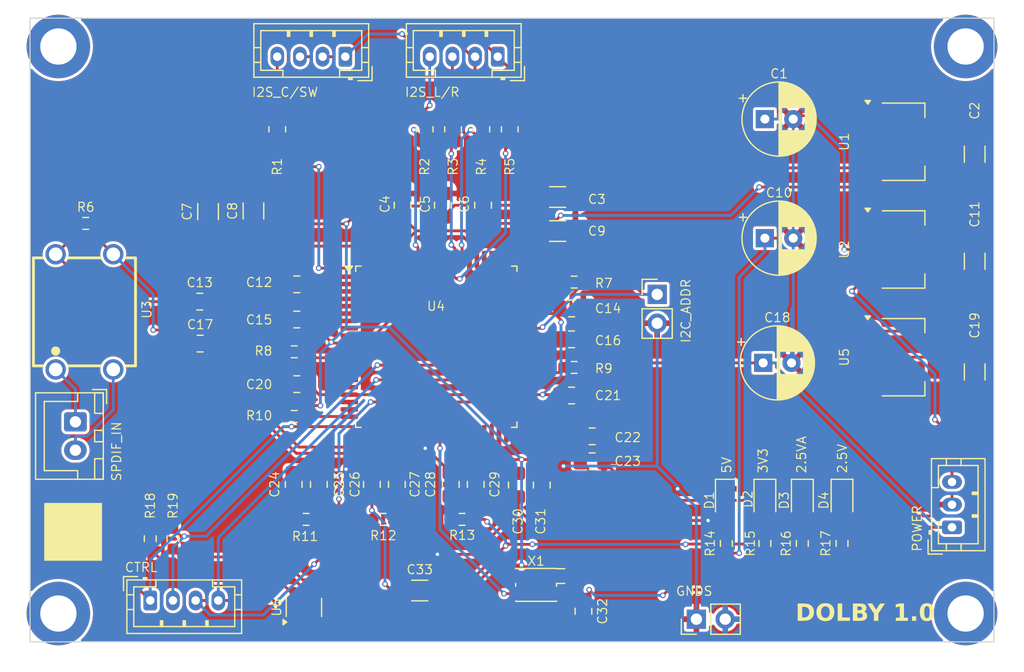
<source format=kicad_pcb>
(kicad_pcb (version 20241229) (generator "pcbnew") (generator_version "9.0")
  (layers (0 "F.Cu" signal) (2 "B.Cu" signal) (13 "F.Paste" user) (15 "B.Paste" user) (5 "F.SilkS" user "F.Silkscreen") (7 "B.SilkS" user "B.Silkscreen") (1 "F.Mask" user) (3 "B.Mask" user) (25 "Edge.Cuts" user))
  (net 0 "")
  (net 1 "3V3")
  (net 2 "Net-(D2-A)")
  (net 3 "Net-(D4-A)")
  (net 4 "SCL")
  (net 5 "SDA")
  (net 6 "Net-(D1-A)")
  (net 7 "Net-(D3-A)")
  (net 8 "2.5V")
  (net 9 "2.5VA")
  (net 10 "3V3A")
  (net 11 "Net-(U4-SPDP)")
  (net 12 "SPDIF_POS")
  (net 13 "Net-(U4-SPDN)")
  (net 14 "SPDIF_NEG")
  (net 15 "PLLAF")
  (net 16 "PLLSF")
  (net 17 "PLLSPDIF")
  (net 18 "CLKIN")
  (net 19 "PCMCLK")
  (net 20 "I2S_D3")
  (net 21 "WCLK")
  (net 22 "BCLK")
  (net 23 "CLKOUT")
  (net 24 "I2CADDR")
  (net 25 "RESET")
  (net 26 "IRQ")
  (net 27 "I2S_D1")
  (net 29 "Net-(U4-A0)")
  (net 30 "Net-(U4-A5)")
  (net 31 "SELI2C")
  (net 32 "Net-(U4-PCMCLK)")
  (net 33 "Net-(U4-SCLK)")
  (net 34 "Net-(U4-LRCLK)")
  (net 36 "SPDIF_INNEG")
  (net 37 "Net-(U4-PCM_OUT1)")
  (net 38 "SPDIF_INPOS")
  (net 39 "Net-(U4-PCM_OUT3)")
  (net 43 "SFREQ")
  (net 53 "DEEMPTH")
  (net 54 "I2S_DATA")
  (net 56 "I2S_WC")
  (net 61 "I2S_BC")
  (net 65 "GND")
  (net 66 "AGND")
  (net 67 "5V")
  (net 68 "Net-(C24-Pad1)")
  (net 69 "Net-(C27-Pad2)")
  (net 70 "Net-(C28-Pad2)")
  (footprint "Capacitor_SMD:C_0805_2012Metric_Pad1.18x1.45mm_HandSolder" (layer "F.Cu") (at 67.9364 68.3828 -90)
    (property "Reference" "C29")
    (property "Value" "470P")
  )
  (footprint "Connector_JST:JST_XH_B2B-XH-A_1x02_P2.50mm_Vertical" (layer "F.Cu") (at 32.6364 62.865 -90)
    (property "Reference" "J4" (hide yes))
    (property "Value" "Conn_01x02_Pin")
  )
  (footprint "Capacitor_SMD:C_0805_2012Metric_Pad1.18x1.45mm_HandSolder" (layer "F.Cu") (at 77.4364 79.565 -90)
    (property "Reference" "C32")
    (property "Value" "0.1u")
  )
  (footprint "Connector_JST:JST_PH_B4B-PH-K_1x04_P2.00mm_Vertical" (layer "F.Cu") (at 39.2364 78.615)
    (property "Reference" "J6" (hide yes))
    (property "Value" "Conn_01x04_Male")
  )
  (footprint "Capacitor_SMD:C_1206_3216Metric_Pad1.33x1.80mm_HandSolder" (layer "F.Cu") (at 111.9364 39.265 -90)
    (property "Reference" "C2")
    (property "Value" "10U")
  )
  (footprint "Capacitor_THT:CP_Radial_D6.3mm_P2.50mm" (layer "F.Cu") (at 93.4364 36.165)
    (property "Reference" "C1")
    (property "Value" "220u")
  )
  (footprint "Resistor_SMD:R_0603_1608Metric_Pad0.98x0.95mm_HandSolder" (layer "F.Cu") (at 41.2364 73.165 90)
    (property "Reference" "R19")
    (property "Value" "4.7K")
  )
  (footprint "Capacitor_SMD:C_1206_3216Metric_Pad1.33x1.80mm_HandSolder" (layer "F.Cu") (at 44.3364 44.3275 90)
    (property "Reference" "C7")
    (property "Value" "47U")
  )
  (footprint "Package_TO_SOT_SMD:SOT-223-3_TabPin2" (layer "F.Cu") (at 105.6364 47.665)
    (property "Reference" "U2")
    (property "Value" "AZ1117CH2-3.3")
  )
  (footprint "Resistor_SMD:R_0805_2012Metric_Pad1.20x1.40mm_HandSolder" (layer "F.Cu") (at 63.4364 37.065 90)
    (property "Reference" "R2")
    (property "Value" "47R")
  )
  (footprint "Resistor_SMD:R_0603_1608Metric_Pad0.98x0.95mm_HandSolder" (layer "F.Cu") (at 39.2364 73.165 90)
    (property "Reference" "R18")
    (property "Value" "4.7K")
  )
  (footprint "Resistor_SMD:R_0603_1608Metric_Pad0.98x0.95mm_HandSolder" (layer "F.Cu") (at 51.9314 62.39 180)
    (property "Reference" "R10")
    (property "Value" "4.7K")
  )
  (footprint "MountingHole:MountingHole_3.2mm_M3_DIN965_Pad_TopBottom" (layer "F.Cu") (at 31.1364 29.765)
    (property "Reference" "H1" (hide yes))
    (property "Value" "MountingHole")
  )
  (footprint "LED_SMD:LED_0805_2012Metric_Pad1.15x1.40mm_HandSolder" (layer "F.Cu") (at 96.7364 69.79 -90)
    (property "Reference" "D3")
    (property "Value" "YELLOW")
  )
  (footprint "LED_SMD:LED_0805_2012Metric_Pad1.15x1.40mm_HandSolder" (layer "F.Cu") (at 90.0364 69.79 -90)
    (property "Reference" "D1")
    (property "Value" "BLUE")
  )
  (footprint "Capacitor_SMD:C_0805_2012Metric_Pad1.18x1.45mm_HandSolder" (layer "F.Cu") (at 60.9821 68.3828 -90)
    (property "Reference" "C27")
    (property "Value" "5.6N")
  )
  (footprint "Resistor_SMD:R_0603_1608Metric_Pad0.98x0.95mm_HandSolder" (layer "F.Cu") (at 96.7364 73.59 90)
    (property "Reference" "R16")
    (property "Value" "100R")
  )
  (footprint "Package_QFP:LQFP-80_14x14mm_P0.65mm" (layer "F.Cu") (at 64.4614 56.24)
    (property "Reference" "U4")
    (property "Value" "SPA130")
  )
  (footprint "MountingHole:MountingHole_3.2mm_M3_DIN965_Pad_TopBottom" (layer "F.Cu") (at 111.1364 29.765)
    (property "Reference" "H2" (hide yes))
    (property "Value" "MountingHole")
  )
  (footprint "Package_TO_SOT_SMD:SOT-223-3_TabPin2" (layer "F.Cu") (at 105.6364 57.165)
    (property "Reference" "U5")
    (property "Value" "TLV1117LV-25")
  )
  (footprint "Capacitor_SMD:C_0805_2012Metric_Pad1.18x1.45mm_HandSolder" (layer "F.Cu") (at 61.4864 43.765 90)
    (property "Reference" "C4")
    (property "Value" "0.1U")
  )
  (footprint "Resistor_SMD:R_0603_1608Metric_Pad0.98x0.95mm_HandSolder" (layer "F.Cu") (at 90.0364 73.59 90)
    (property "Reference" "R14")
    (property "Value" "1K")
  )
  (footprint "Resistor_SMD:R_0603_1608Metric_Pad0.98x0.95mm_HandSolder" (layer "F.Cu") (at 100.2364 73.59 90)
    (property "Reference" "R17")
    (property "Value" "100R")
  )
  (footprint "Capacitor_SMD:C_0805_2012Metric_Pad1.18x1.45mm_HandSolder" (layer "F.Cu") (at 58.7821 68.3828 -90)
    (property "Reference" "C26")
    (property "Value" "470P")
  )
  (footprint "Capacitor_SMD:C_0805_2012Metric_Pad1.18x1.45mm_HandSolder" (layer "F.Cu") (at 52.1614 53.84 180)
    (property "Reference" "C15")
    (property "Value" "0.1U")
  )
  (footprint "Capacitor_SMD:C_0805_2012Metric_Pad1.18x1.45mm_HandSolder" (layer "F.Cu") (at 73.7614 68.44 -90)
    (property "Reference" "C31")
    (property "Value" "0.1U")
  )
  (footprint "Capacitor_SMD:C_0805_2012Metric_Pad1.18x1.45mm_HandSolder" (layer "F.Cu") (at 76.3864 55.59 180)
    (property "Reference" "C16")
    (property "Value" "0.1U")
  )
  (footprint "Capacitor_SMD:C_0805_2012Metric_Pad1.18x1.45mm_HandSolder" (layer "F.Cu") (at 43.6364 55.965)
    (property "Reference" "C17")
    (property "Value" "100N")
  )
  (footprint "LED_SMD:LED_0805_2012Metric_Pad1.15x1.40mm_HandSolder" (layer "F.Cu") (at 100.2364 69.79 -90)
    (property "Reference" "D4")
    (property "Value" "WHITE")
  )
  (footprint "Connector_PinHeader_2.54mm:PinHeader_1x02_P2.54mm_Vertical" (layer "F.Cu") (at 83.9364 51.625)
    (property "Reference" "J3" (hide yes))
    (property "Value" "Conn_01x02")
  )
  (footprint "Capacitor_SMD:C_1206_3216Metric_Pad1.33x1.80mm_HandSolder" (layer "F.Cu") (at 75.1614 46.04)
    (property "Reference" "C9")
    (property "Value" "10U")
  )
  (footprint "MountingHole:MountingHole_3.2mm_M3_DIN965_Pad_TopBottom" (layer "F.Cu") (at 111.1364 79.765)
    (property "Reference" "H4" (hide yes))
    (property "Value" "MountingHole")
  )
  (footprint "Capacitor_SMD:C_0805_2012Metric_Pad1.18x1.45mm_HandSolder" (layer "F.Cu") (at 54.1042 68.3828 90)
    (property "Reference" "C25")
    (property "Value" "150P")
  )
  (footprint "Capacitor_SMD:C_0805_2012Metric_Pad1.18x1.45mm_HandSolder" (layer "F.Cu") (at 71.5614 68.44 -90)
    (property "Reference" "C30")
    (property "Value" "0.1u")
  )
  (footprint "Capacitor_SMD:C_0805_2012Metric_Pad1.18x1.45mm_HandSolder" (layer "F.Cu") (at 51.8864 68.3828 90)
    (property "Reference" "C24")
    (property "Value" "4.7N")
  )
  (footprint "Resistor_SMD:R_0603_1608Metric_Pad0.98x0.95mm_HandSolder" (layer "F.Cu") (at 33.5489 45.365)
    (property "Reference" "R6")
    (property "Value" "75R")
  )
  (footprint "LED_SMD:LED_0805_2012Metric_Pad1.15x1.40mm_HandSolder" (layer "F.Cu") (at 93.4364 69.79 -90)
    (property "Reference" "D2")
    (property "Value" "YELLOW")
  )
  (footprint "Resistor_SMD:R_0805_2012Metric_Pad1.20x1.40mm_HandSolder" (layer "F.Cu") (at 65.9364 37.065 90)
    (property "Reference" "R3")
    (property "Value" "47R")
  )
  (footprint "Capacitor_SMD:C_0805_2012Metric_Pad1.18x1.45mm_HandSolder" (layer "F.Cu") (at 76.3864 60.54)
    (property "Reference" "C21")
    (property "Value" "0.1U")
  )
  (footprint "Capacitor_SMD:C_0805_2012Metric_Pad1.18x1.45mm_HandSolder" (layer "F.Cu") (at 52.1614 59.54 180)
    (property "Reference" "C20")
    (property "Value" "0.1U")
  )
  (footprint "Capacitor_SMD:C_0805_2012Metric_Pad1.18x1.45mm_HandSolder" (layer "F.Cu") (at 78.1989 64.14)
    (property "Reference" "C22")
    (property "Value" "0.1U")
  )
  (footprint "Resistor_SMD:R_0805_2012Metric_Pad1.20x1.40mm_HandSolder" (layer "F.Cu") (at 50.4364 37.065 90)
    (property "Reference" "R1")
    (property "Value" "47R")
  )
  (footprint "easyeda2kicad:XFMR-TH_4P-L9.5-W9.0-P5.08-LS10.2_C9900096976" (layer "F.Cu") (at 33.4364 53.165 90)
    (property "Reference" "U3")
    (property "Value" "DA101C_C6931652")
  )
  (footprint "Capacitor_SMD:C_0805_2012Metric_Pad1.18x1.45mm_HandSolder" (layer "F.Cu") (at 65.0364 43.765 90)
    (property "Reference" "C5")
    (property "Value" "0.1U")
  )
  (footprint "Resistor_SMD:R_0805_2012Metric_Pad1.20x1.40mm_HandSolder" (layer "F.Cu") (at 68.4364 37.065 90)
    (property "Reference" "R4")
    (property "Value" "47R")
  )
  (footprint "Connector_JST:JST_PH_B4B-PH-K_1x04_P2.00mm_Vertical" (layer "F.Cu") (at 56.4364 30.665 180)
    (property "Reference" "J1" (hide yes))
    (property "Value" "Conn_01x04_Pin")
  )
  (footprint "Resistor_SMD:R_0603_1608Metric_Pad0.98x0.95mm_HandSolder" (layer "F.Cu") (at 76.6164 50.54 180)
    (property "Reference" "R7")
    (property "Value" "4.7K")
  )
  (footprint "Resistor_SMD:R_0603_1608Metric_Pad0.98x0.95mm_HandSolder" (layer "F.Cu") (at 51.9314 56.69 180)
    (property "Reference" "R8")
    (property "Value" "4.7K")
  )
  (footprint "MountingHole:MountingHole_3.2mm_M3_DIN965_Pad_TopBottom" (layer "F.Cu") (at 31.1364 79.765)
    (property "Reference" "H3" (hide yes))
    (property "Value" "MountingHole")
  )
  (footprint "Resistor_SMD:R_0603_1608Metric_Pad0.98x0.95mm_HandSolder" (layer "F.Cu") (at 93.4364 73.59 90)
    (property "Reference" "R15")
    (property "Value" "430R")
  )
  (footprint "Capacitor_SMD:C_0805_2012Metric_Pad1.18x1.45mm_HandSolder" (layer "F.Cu") (at 43.5989 52.265)
    (property "Reference" "C13")
    (property "Value" "100N")
  )
  (footprint "Oscillator:Oscillator_SMD_EuroQuartz_XO32-4Pin_3.2x2.5mm_HandSoldering" (layer "F.Cu") (at 73.2614 77.24 180)
    (property "Reference" "X1")
    (property "Value" "ECS-3225SMV-270-FP-TR")
  )
  (footprint "Capacitor_SMD:C_0805_2012Metric_Pad1.18x1.45mm_HandSolder" (layer "F.Cu") (at 52.1614 50.74 180)
    (property "Reference" "C12")
    (property "Value" "0.1U")
  )
  (footprint "Resistor_SMD:R_0603_1608Metric_Pad0.98x0.95mm_HandSolder" (layer "F.Cu") (at 52.9864 71.465 180)
    (property "Reference" "R11")
    (property "Value" "330R")
  )
  (footprint "Capacitor_SMD:C_1206_3216Metric_Pad1.33x1.80mm_HandSolder" (layer "F.Cu") (at 111.9364 58.465 -90)
    (property "Reference" "C19")
    (property "Value" "10U")
  )
  (footprint "Capacitor_THT:CP_Radial_D6.3mm_P2.50mm" (layer "F.Cu") (at 93.2837 57.665)
    (property "Reference" "C18")
    (property "Value" "220u")
  )
  (footprint "Resistor_SMD:R_0603_1608Metric_Pad0.98x0.95mm_HandSolder" (layer "F.Cu") (at 76.6164 58.065 180)
    (property "Reference" "R9")
    (property "Value" "4.7K")
  )
  (footprint "Resistor_SMD:R_0603_1608Metric_Pad0.98x0.95mm_HandSolder" (layer "F.Cu") (at 66.7364 71.465)
    (property "Reference" "R13")
    (property "Value" "1K")
  )
  (footprint "Connector_JST:JST_PH_B3B-PH-K_1x03_P2.00mm_Vertical" (layer "F.Cu") (at 109.9364 72.165 90)
    (property "Reference" "J5" (hide yes))
    (property "Value" "Conn_01x03_Pin")
  )
  (footprint "Capacitor_SMD:C_0805_2012Metric_Pad1.18x1.45mm_HandSolder" (layer "F.Cu") (at 78.1989 66.34)
    (property "Reference" "C23")
    (property "Value" "0.1U")
  )
  (footprint "Capacitor_SMD:C_0805_2012Metric_Pad1.18x1.45mm_HandSolder" (layer "F.Cu") (at 68.5864 43.765 90)
    (property "Reference" "C6")
    (property "Value" "0.1U")
  )
  (footprint "Capacitor_SMD:C_1206_3216Metric_Pad1.33x1.80mm_HandSolder" (layer "F.Cu") (at 62.9989 77.74)
    (property "Reference" "C33")
    (property "Value" "10u")
  )
  (footprint "Capacitor_THT:CP_Radial_D6.3mm_P2.50mm" (layer "F.Cu") (at 93.4364 46.665)
    (property "Reference" "C10")
    (property "Value" "220u")
  )
  (footprint "Connector_JST:JST_PH_B4B-PH-K_1x04_P2.00mm_Vertical" (layer "F.Cu") (at 69.8802 30.6636 180)
    (property "Reference" "J2" (hide yes))
    (property "Value" "Conn_01x04_Pin")
  )
  (footprint "Package_TO_SOT_SMD:SOT-223-3_TabPin2" (layer "F.Cu") (at 105.6364 38.165)
    (property "Reference" "U1")
    (property "Value" "TLV1117LV-25")
  )
  (footprint "Capacitor_SMD:C_0805_2012Metric_Pad1.18x1.45mm_HandSolder" (layer "F.Cu") (at 65.7364 68.3828 -90)
    (property "Reference" "C28")
    (property "Value" "5.6N")
  )
  (footprint "Capacitor_SMD:C_1206_3216Metric_Pad1.33x1.80mm_HandSolder" (layer "F.Cu") (at 75.1614 43.04)
    (property "Reference" "C3")
    (property "Value" "10U")
  )
  (footprint "Package_TO_SOT_SMD:SOT-23-6" (layer "F.Cu") (at 52.7864 79.2275 90)
    (property "Reference" "U6")
    (property "Value" "TMP100")
  )
  (footprint "Capacitor_SMD:C_0805_2012Metric_Pad1.18x1.45mm_HandSolder" (layer "F.Cu") (at 76.3864 52.865)
    (property "Reference" "C14")
    (property "Value" "0.1U")
  )
  (footprint "Resistor_SMD:R_0603_1608Metric_Pad0.98x0.95mm_HandSolder" (layer "F.Cu") (at 59.7821 71.465 180)
    (property "Reference" "R12")
    (property "Value" "1K")
  )
  (footprint "Capacitor_SMD:C_1206_3216Metric_Pad1.33x1.80mm_HandSolder" (layer "F.Cu") (at 111.9364 48.7025 -90)
    (property "Reference" "C11")
    (property "Value" "10U")
  )
  (footprint "Resistor_SMD:R_0805_2012Metric_Pad1.20x1.40mm_HandSolder" (layer "F.Cu") (at 70.9364 37.065 90)
    (property "Reference" "R5")
    (property "Value" "47R")
  )
  (footprint "Capacitor_SMD:C_1206_3216Metric_Pad1.33x1.80mm_HandSolder" (layer "F.Cu") (at 48.3364 44.265 90)
    (property "Reference" "C8")
    (property "Value" "10U")
  )
  (footprint "Connector_PinHeader_2.54mm:PinHeader_1x02_P2.54mm_Vertical" (layer "F.Cu") (at 87.3964 80.265 90)
    (property "Reference" "J7" (hide yes))
    (property "Value" "Conn_01x02")
  )
  (gr_rect (start 29.9364 70.065) (end 34.9364 75.065) (stroke (width 0.1)) (fill yes) (layer "F.SilkS"))
  (gr_line (start 28.6364 72.265) (end 28.6364 27.265) (stroke (width 0.1)) (layer "Edge.Cuts"))
  (gr_line (start 28.6364 82.265) (end 28.6364 72.265) (stroke (width 0.1)) (layer "Edge.Cuts"))
  (gr_line (start 113.6364 82.265) (end 113.6364 27.265) (stroke (width 0.1)) (layer "Edge.Cuts"))
  (gr_line (start 28.6364 27.265) (end 113.6364 27.265) (stroke (width 0.1)) (layer "Edge.Cuts"))
  (gr_line (start 28.6364 82.265) (end 113.6364 82.265) (stroke (width 0.1)) (layer "Edge.Cuts"))
  (gr_text "3V3" (at 93.7364 67.465 90) (layer "F.SilkS") (effects (font (size 0.8 0.8) (thickness 0.1)) (justify left bottom)))
  (gr_text "DOLBY 1.0" (at 96.1364 80.665 0) (layer "F.SilkS") (effects (font (size 1.5 1.5) (thickness 0.3) (bold yes)) (justify left bottom)))
  (gr_text "5V" (at 90.5364 67.465 90) (layer "F.SilkS") (effects (font (size 0.8 0.8) (thickness 0.1)) (justify left bottom)))
  (gr_text "SPDIF_IN" (at 36.7364 68.165 90) (layer "F.SilkS") (effects (font (size 0.8 0.8) (thickness 0.1)) (justify left bottom)))
  (gr_text "2.5VA" (at 97.1364 67.465 90) (layer "F.SilkS") (effects (font (size 0.8 0.8) (thickness 0.1)) (justify left bottom)))
  (gr_text "POWER" (at 107.3364 74.365 90) (layer "F.SilkS") (effects (font (size 0.8 0.8) (thickness 0.1)) (justify left bottom)))
  (gr_text "I2C_ADDR" (at 86.9364 55.965 90) (layer "F.SilkS") (effects (font (size 0.8 0.8) (thickness 0.1)) (justify left bottom)))
  (gr_text "GNDS" (at 85.5364 78.265 0) (layer "F.SilkS") (effects (font (size 0.8 0.8) (thickness 0.1)) (justify left bottom)))
  (gr_text "CTRL\n" (at 36.9364 76.165 0) (layer "F.SilkS") (effects (font (size 0.8 0.8) (thickness 0.1)) (justify left bottom)))
  (gr_text "I2S_L/R" (at 61.6364 34.265 0) (layer "F.SilkS") (effects (font (size 0.8 0.8) (thickness 0.1)) (justify left bottom)))
  (gr_text "I2S_C/SW" (at 48.1364 34.265 0) (layer "F.SilkS") (effects (font (size 0.8 0.8) (thickness 0.1)) (justify left bottom)))
  (gr_text "2.5V" (at 100.7364 67.465 90) (layer "F.SilkS") (effects (font (size 0.8 0.8) (thickness 0.1)) (justify left bottom)))
  (segment (start 51.0189 62.39) (end 51.9725 61.4364) (width 0.25) (layer "F.Cu") (net 1))
  (segment (start 48.7641 45.3998) (end 48.3364 45.8275) (width 0.25) (layer "F.Cu") (net 1))
  (segment (start 73.4597 78.015) (end 73.4597 76.465) (width 0.25) (layer "F.Cu") (net 1))
  (segment (start 73.5989 43.04) (end 76.1739 40.465) (width 0.25) (layer "F.Cu") (net 1))
  (segment (start 74.7114 78.015) (end 76.9239 78.015) (width 0.25) (layer "F.Cu") (net 1))
  (segment (start 75.3489 55.59) (end 72.4614 55.59) (width 0.25) (layer "F.Cu") (net 1))
  (segment (start 76.1739 40.465) (end 102.486 40.465) (width 0.25) (layer "F.Cu") (net 1))
  (segment (start 56.7864 55.915) (end 55.2739 55.915) (width 0.25) (layer "F.Cu") (net 1))
  (segment (start 48.7641 45.3998) (end 56.5309 45.3998) (width 0.25) (layer "F.Cu") (net 1))
  (segment (start 73.7614 67.4025) (end 72.5484 66.1895) (width 0.25) (layer "F.Cu") (net 1))
  (segment (start 41.9364 74.7775) (end 50.665016 74.7775) (width 0.25) (layer "F.Cu") (net 1))
  (segment (start 56.5309 45.3998) (end 58.0934 43.8373) (width 0.25) (layer "F.Cu") (net 1))
  (segment (start 65.4364 64.965) (end 65.4364 63.915) (width 0.25) (layer "F.Cu") (net 1))
  (segment (start 64.7864 49.4705) (end 64.7864 48.565) (width 0.25) (layer "F.Cu") (net 1))
  (segment (start 65.4935 55.915) (end 61.9177 52.3392) (width 0.25) (layer "F.Cu") (net 1))
  (segment (start 95.8927 59.465) (end 102.486 59.465) (width 0.25) (layer "F.Cu") (net 1))
  (segment (start 95.5989 76.665) (end 100.605 76.665) (width 0.25) (layer "F.Cu") (net 1))
  (segment (start 90.9364 77.665) (end 84.9364 77.665) (width 0.25) (layer "F.Cu") (net 1))
  (segment (start 74.7114 76.465) (end 73.4597 76.465) (width 0.25) (layer "F.Cu") (net 1))
  (segment (start 77.9289 57.665) (end 77.7989 57.665) (width 0.25) (layer "F.Cu") (net 1))
  (segment (start 93.4364 74.5025) (end 95.5989 76.665) (width 0.25) (layer "F.Cu") (net 1))
  (segment (start 71.3112 75.492) (end 71.9835 75.492) (width 0.25) (layer "F.Cu") (net 1))
  (segment (start 71.9835 66.1895) (end 66.6609 66.1895) (width 0.25) (layer "F.Cu") (net 1))
  (segment (start 94.4604 58.0327) (end 95.8927 59.465) (width 0.25) (layer "F.Cu") (net 1))
  (segment (start 61.9177 52.3392) (end 64.7864 49.4705) (width 0.25) (layer "F.Cu") (net 1))
  (segment (start 58.3419 55.915) (end 61.9177 52.3392) (width 0.25) (layer "F.Cu") (net 1))
  (segment (start 72.2987 55.7527) (end 72.1364 55.915) (width 0.25) (layer "F.Cu") (net 1))
  (segment (start 64.0712 43.8373) (end 65.0364 44.8025) (width 0.25) (layer "F.Cu") (net 1))
  (segment (start 77.9289 57.665) (end 77.5289 58.065) (width 0.25) (layer "F.Cu") (net 1))
  (segment (start 55.1969 55.838) (end 53.1989 53.84) (width 0.25) (layer "F.Cu") (net 1))
  (segment (start 71.1649 75.6383) (end 69.4832 75.6383) (width 0.25) (layer "F.Cu") (net 1))
  (segment (start 76.3306 54.6083) (end 75.3489 55.59) (width 0.25) (layer "F.Cu") (net 1))
  (segment (start 100.605 76.665) (end 105.105 72.165) (width 0.25) (layer "F.Cu") (net 1))
  (segment (start 102.486 40.465) (end 102.4864 40.465) (width 0.25) (layer "F.Cu") (net 1))
  (segment (start 102.486 59.465) (end 102.4864 59.465) (width 0.25) (layer "F.Cu") (net 1))
  (segment (start 57.4866 79.5373) (end 53.7364 79.5373) (width 0.25) (layer "F.Cu") (net 1))
  (segment (start 71.1649 75.6383) (end 71.3112 75.492) (width 0.25) (layer "F.Cu") (net 1))
  (segment (start 65.5857 79.5358) (end 57.4881 79.5358) (width 0.25) (layer "F.Cu") (net 1))
  (segment (start 77.9364 78.0275) (end 77.4364 78.5275) (width 0.25) (layer "F.Cu") (net 1))
  (segment (start 56.7864 55.915) (end 58.3419 55.915) (width 0.25) (layer "F.Cu") (net 1))
  (segment (start 72.8465 75.6383) (end 71.1649 75.6383) (width 0.25) (layer "F.Cu") (net 1))
  (segment (start 41.2364 74.0775) (end 41.9364 74.7775) (width 0.25) (layer "F.Cu") (net 1))
  (segment (start 72.1364 55.265) (end 72.4614 55.59) (width 0.25) (layer "F.Cu") (net 1))
  (segment (start 93.4364 74.5025) (end 93.4364 75.165) (width 0.25) (layer "F.Cu") (net 1))
  (segment (start 51.9725 61.4364) (end 54.2444 61.4364) (width 0.25) (layer "F.Cu") (net 1))
  (segment (start 76.3306 51.7383) (end 76.3306 54.6083) (width 0.25) (layer "F.Cu") (net 1))
  (segment (start 109.936 72.165) (end 109.9364 72.165) (width 0.25) (layer "F.Cu") (net 1))
  (segment (start 73.4597 76.465) (end 73.4597 76.2515) (width 0.25) (layer "F.Cu") (net 1))
  (segment (start 73.4597 76.2515) (end 72.8465 75.6383) (width 0.25) (layer "F.Cu") (net 1))
  (segment (start 78.0905 57.665) (end 77.9289 57.665) (width 0.25) (layer "F.Cu") (net 1))
  (segment (start 76.9239 78.015) (end 77.4364 78.5275) (width 0.25) (layer "F.Cu") (net 1))
  (segment (start 77.9364 77.665) (end 77.9364 78.0275) (width 0.25) (layer "F.Cu") (net 1))
  (segment (start 53.7364 77.427501) (end 53.7364 78.09) (width 0.25) (layer "F.Cu") (net 1))
  (segment (start 50.665016 74.7775) (end 52.677516 76.79) (width 0.25) (layer "F.Cu") (net 1))
  (segment (start 84.9364 77.665) (end 84.4364 78.165) (width 0.25) (layer "F.Cu") (net 1))
  (segment (start 72.874 43.7649) (end 66.074 43.7649) (width 0.25) (layer "F.Cu") (net 1))
  (segment (start 57.4881 79.5358) (end 57.4866 79.5373) (width 0.25) (layer "F.Cu") (net 1))
  (segment (start 53.7364 79.5373) (end 53.7364 78.09) (width 0.25) (layer "F.Cu") (net 1))
  (segment (start 53.098899 76.79) (end 53.7364 77.427501) (width 0.25) (layer "F.Cu") (net 1))
  (segment (start 55.2739 55.915) (end 55.1969 55.838) (width 0.25) (layer "F.Cu") (net 1))
  (segment (start 72.1364 55.915) (end 65.4935 55.915) (width 0.25) (layer "F.Cu") (net 1))
  (segment (start 93.2837 57.665) (end 94.4604 57.665) (width 0.25) (layer "F.Cu") (net 1))
  (segment (start 105.105 72.165) (end 109.936 72.165) (width 0.25) (layer "F.Cu") (net 1))
  (segment (start 66.074 43.7649) (end 65.0364 44.8025) (width 0.25) (layer "F.Cu") (net 1))
  (segment (start 73.5989 43.04) (end 72.874 43.7649) (width 0.25) (layer "F.Cu") (net 1))
  (segment (start 78.0905 57.665) (end 77.9289 57.665) (width 0.25) (layer "F.Cu") (net 1))
  (segment (start 66.6609 66.1895) (end 65.4364 64.965) (width 0.25) (layer "F.Cu") (net 1))
  (segment (start 93.4364 75.165) (end 90.9364 77.665) (width 0.25) (layer "F.Cu") (net 1))
  (segment (start 69.4832 75.6383) (end 65.5857 79.5358) (width 0.25) (layer "F.Cu") (net 1))
  (segment (start 52.677516 76.79) (end 53.098899 76.79) (width 0.25) (layer "F.Cu") (net 1))
  (segment (start 94.4604 57.665) (end 94.4604 58.0327) (width 0.25) (layer "F.Cu") (net 1))
  (segment (start 72.5484 66.1895) (end 71.9835 66.1895) (width 0.25) (layer "F.Cu") (net 1))
  (segment (start 93.2837 57.665) (end 78.0905 57.665) (width 0.25) (layer "F.Cu") (net 1))
  (segment (start 53.7364 80.365) (end 53.7364 79.5373) (width 0.25) (layer "F.Cu") (net 1))
  (segment (start 72.4614 55.59) (end 72.2987 55.7527) (width 0.25) (layer "F.Cu") (net 1))
  (segment (start 58.0934 43.8373) (end 64.0712 43.8373) (width 0.25) (layer "F.Cu") (net 1))
  (segment (start 77.7989 57.665) (end 75.7239 55.59) (width 0.25) (layer "F.Cu") (net 1))
  (segment (start 77.5289 50.54) (end 76.3306 51.7383) (width 0.25) (layer "F.Cu") (net 1))
  (segment (start 74.7114 78.015) (end 73.4597 78.015) (width 0.25) (layer "F.Cu") (net 1))
  (via (at 71.9835 75.492) (size 0.5) (drill 0.3) (layers "F.Cu" "B.Cu") (net 1))
  (via (at 55.1969 55.838) (size 0.5) (drill 0.3) (layers "F.Cu" "B.Cu") (net 1))
  (via (at 84.4364 78.165) (size 0.5) (drill 0.3) (layers "F.Cu" "B.Cu") (net 1))
  (via (at 71.9835 66.1895) (size 0.5) (drill 0.3) (layers "F.Cu" "B.Cu") (net 1))
  (via (at 56.5309 45.3998) (size 0.5) (drill 0.3) (layers "F.Cu" "B.Cu") (net 1))
  (via (at 54.2444 61.4364) (size 0.5) (drill 0.3) (layers "F.Cu" "B.Cu") (net 1))
  (via (at 77.9364 77.665) (size 0.5) (drill 0.3) (layers "F.Cu" "B.Cu") (net 1))
  (segment (start 71.9835 66.1895) (end 71.9835 75.492) (width 0.25) (layer "B.Cu") (net 1))
  (segment (start 56.5309 54.504) (end 56.5309 45.3998) (width 0.25) (layer "B.Cu") (net 1))
  (segment (start 54.2444 61.4364) (end 54.2444 56.7905) (width 0.25) (layer "B.Cu") (net 1))
  (segment (start 109.936 72.165) (end 109.9364 72.165) (width 0.25) (layer "B.Cu") (net 1))
  (segment (start 60.298 54.504) (end 71.9835 66.1895) (width 0.25) (layer "B.Cu") (net 1))
  (segment (start 108.593 72.165) (end 109.936 72.165) (width 0.25) (layer "B.Cu") (net 1))
  (segment (start 84.4364 78.165) (end 78.4364 78.165) (width 0.25) (layer "B.Cu") (net 1))
  (segment (start 78.4364 78.165) (end 77.9364 77.665) (width 0.25) (layer "B.Cu") (net 1))
  (segment (start 54.2444 56.7905) (end 55.1969 55.838) (width 0.25) (layer "B.Cu") (net 1))
  (segment (start 93.2837 57.665) (end 94.4604 57.665) (width 0.25) (layer "B.Cu") (net 1))
  (segment (start 55.1969 55.838) (end 56.5309 54.504) (width 0.25) (layer "B.Cu") (net 1))
  (segment (start 94.4604 57.665) (end 94.4604 58.0327) (width 0.25) (layer "B.Cu") (net 1))
  (segment (start 56.5309 54.504) (end 60.298 54.504) (width 0.25) (layer "B.Cu") (net 1))
  (segment (start 94.4604 58.0327) (end 108.593 72.165) (width 0.25) (layer "B.Cu") (net 1))
  (segment (start 93.4364 70.815) (end 93.4364 72.6775) (width 0.25) (layer "F.Cu") (net 2))
  (segment (start 100.236 71.7462) (end 100.2364 71.7458) (width 0.25) (layer "F.Cu") (net 3))
  (segment (start 100.236 72.2118) (end 100.236 72.6775) (width 0.25) (layer "F.Cu") (net 3))
  (segment (start 100.236 72.2118) (end 100.2364 72.2122) (width 0.25) (layer "F.Cu") (net 3))
  (segment (start 100.236 71.7462) (end 100.236 72.2118) (width 0.25) (layer "F.Cu") (net 3))
  (segment (start 100.236 70.815) (end 100.236 71.7462) (width 0.25) (layer "F.Cu") (net 3))
  (segment (start 100.2364 72.2122) (end 100.2364 72.6775) (width 0.25) (layer "F.Cu") (net 3))
  (segment (start 100.2364 71.7458) (end 100.2364 70.815) (width 0.25) (layer "F.Cu") (net 3))
  (segment (start 50.0864 78.615) (end 45.2364 78.615) (width 0.25) (layer "F.Cu") (net 4))
  (segment (start 51.8364 80.365) (end 50.0864 78.615) (width 0.25) (layer "F.Cu") (net 4))
  (segment (start 72.1364 59.165) (end 59.1543 59.165) (width 0.25) (layer "F.Cu") (net 4))
  (via (at 59.1543 59.165) (size 0.5) (drill 0.3) (layers "F.Cu" "B.Cu") (net 4))
  (segment (start 45.2364 73.0829) (end 59.1543 59.165) (width 0.25) (layer "B.Cu") (net 4))
  (segment (start 45.2364 78.615) (end 45.2364 73.0829) (width 0.25) (layer "B.Cu") (net 4))
  (segment (start 43.2364 78.615) (end 44.2131 78.615) (width 0.25) (layer "F.Cu") (net 5))
  (segment (start 55.875479 73.225921) (end 53.6864 75.415) (width 0.25) (layer "F.Cu") (net 5))
  (segment (start 44.2131 78.615) (end 44.2131 77.9741) (width 0.25) (layer "F.Cu") (net 5))
  (segment (start 72.1364 61.115) (end 58.6695 61.115) (width 0.25) (layer "F.Cu") (net 5))
  (segment (start 44.8354 77.3518) (end 51.0982 77.3518) (width 0.25) (layer "F.Cu") (net 5))
  (segment (start 44.2131 77.9741) (end 44.8354 77.3518) (width 0.25) (layer "F.Cu") (net 5))
  (segment (start 55.875479 69.665) (end 55.875479 73.225921) (width 0.25) (layer "F.Cu") (net 5))
  (segment (start 51.0982 77.3518) (end 51.8364 78.09) (width 0.25) (layer "F.Cu") (net 5))
  (via (at 55.875479 69.665) (size 0.5) (drill 0.3) (layers "F.Cu" "B.Cu") (net 5))
  (via (at 58.6695 61.115) (size 0.5) (drill 0.3) (layers "F.Cu" "B.Cu") (net 5))
  (via (at 53.6864 75.415) (size 0.5) (drill 0.3) (layers "F.Cu" "B.Cu") (net 5))
  (segment (start 55.875479 69.665) (end 55.875479 69.684121) (width 0.25) (layer "B.Cu") (net 5))
  (segment (start 58.6695 61.115) (end 55.875479 63.909021) (width 0.25) (layer "B.Cu") (net 5))
  (segment (start 55.875479 63.909021) (end 55.875479 69.665) (width 0.25) (layer "B.Cu") (net 5))
  (segment (start 44.5219 79.9005) (end 49.2009 79.9005) (width 0.25) (layer "B.Cu") (net 5))
  (segment (start 43.2364 78.615) (end 44.5219 79.9005) (width 0.25) (layer "B.Cu") (net 5))
  (segment (start 49.2009 79.9005) (end 53.6864 75.415) (width 0.25) (layer "B.Cu") (net 5))
  (segment (start 90.0364 70.815) (end 90.0364 72.6775) (width 0.25) (layer "F.Cu") (net 6))
  (segment (start 96.7364 70.815) (end 96.7364 72.6775) (width 0.25) (layer "F.Cu") (net 7))
  (segment (start 77.1614 64.14) (end 77.1614 66.34) (width 0.25) (layer "F.Cu") (net 8))
  (segment (start 69.3364 63.915) (end 69.3364 64.7147) (width 0.25) (layer "F.Cu") (net 8))
  (segment (start 74.0614 46.04) (end 75.4364 44.665) (width 0.25) (layer "F.Cu") (net 8))
  (segment (start 68.9827 65.0684) (end 67.0901 65.0684) (width 0.25) (layer "F.Cu") (net 8))
  (segment (start 56.7864 60.465) (end 54.1239 60.465) (width 0.25) (layer "F.Cu") (net 8))
  (segment (start 68.0364 47.0265) (end 67.4817 46.4718) (width 0.25) (layer "F.Cu") (net 8))
  (segment (start 54.1239 60.465) (end 53.1989 59.54) (width 0.25) (layer "F.Cu") (net 8))
  (segment (start 105.4364 40.165) (end 105.4364 38.165) (width 0.25) (layer "F.Cu") (net 8))
  (segment (start 75.2739 60.465) (end 75.3489 60.54) (width 0.25) (layer "F.Cu") (net 8))
  (segment (start 73.5989 45.6481) (end 73.5989 46.04) (width 0.25) (layer "F.Cu") (net 8))
  (segment (start 62.7035 46.0196) (end 61.4864 44.8025) (width 0.25) (layer "F.Cu") (net 8))
  (segment (start 97.3751 69.79) (end 99.1876 71.6025) (width 0.25) (layer "F.Cu") (net 8))
  (segment (start 99.1876 71.6025) (end 99.1876 73.4537) (width 0.25) (layer "F.Cu") (net 8))
  (segment (start 53.1989 47.3709) (end 61.8209 47.3709) (width 0.25) (layer "F.Cu") (net 8))
  (segment (start 73.5989 46.04) (end 74.0614 46.04) (width 0.25) (layer "F.Cu") (net 8))
  (segment (start 99.7118 73.9781) (end 99.712 73.9781) (width 0.25) (layer "F.Cu") (net 8))
  (segment (start 99.712 73.9781) (end 100.2364 74.5025) (width 0.25) (layer "F.Cu") (net 8))
  (segment (start 62.1864 47.7364) (end 62.1864 48.565) (width 0.25) (layer "F.Cu") (net 8))
  (segment (start 69.3364 64.7147) (end 68.9827 65.0684) (width 0.25) (layer "F.Cu") (net 8))
  (segment (start 73.3179 45.3671) (end 73.5989 45.3671) (width 0.25) (layer "F.Cu") (net 8))
  (segment (start 73.3179 45.3671) (end 73.5989 45.6481) (width 0.25) (layer "F.Cu") (net 8))
  (segment (start 67.0901 65.0684) (end 66.7364 64.7147) (width 0.25) (layer "F.Cu") (net 8))
  (segment (start 108.7864 38.165) (end 111.4739 38.165) (width 0.25) (layer "F.Cu") (net 8))
  (segment (start 68.5864 45.3671) (end 68.5864 44.8025) (width 0.25) (layer "F.Cu") (net 8))
  (segment (start 69.7032 62.7451) (end 69.3364 63.1119) (width 0.25) (layer "F.Cu") (net 8))
  (segment (start 67.4817 46.4718) (end 68.5864 45.3671) (width 0.25) (layer "F.Cu") (net 8))
  (segment (start 68.5864 45.3671) (end 73.3179 45.3671) (width 0.25) (layer "F.Cu") (net 8))
  (segment (start 77.1614 64.14) (end 75.9399 62.9185) (width 0.25) (layer "F.Cu") (net 8))
  (segment (start 56.7864 52.015) (end 54.4739 52.015) (width 0.25) (layer "F.Cu") (net 8))
  (segment (start 61.8209 47.3709) (end 62.1864 47.7364) (width 0.25) (layer "F.Cu") (net 8))
  (segment (start 80.6114 69.79) (end 97.3751 69.79) (width 0.25) (layer "F.Cu") (net 8))
  (segment (start 75.4584 53.8745) (end 75.4584 54.0982) (width 0.25) (layer "F.Cu") (net 8))
  (segment (start 70.9665 62.7451) (end 69.7032 62.7451) (width 0.25) (layer "F.Cu") (net 8))
  (segment (start 69.3364 63.1119) (end 69.3364 63.915) (width 0.25) (layer "F.Cu") (net 8))
  (segment (start 111.4739 38.165) (end 111.9364 37.7025) (width 0.25) (layer "F.Cu") (net 8))
  (segment (start 75.9399 62.9185) (end 75.9399 61.131) (width 0.25) (layer "F.Cu") (net 8))
  (segment (start 67.0295 46.0196) (end 62.7035 46.0196) (width 0.25) (layer "F.Cu") (net 8))
  (segment (start 75.9399 62.9185) (end 75.8059 63.0525) (width 0.25) (layer "F.Cu") (net 8))
  (segment (start 61.8209 46.9022) (end 61.8209 47.3709) (width 0.25) (layer "F.Cu") (net 8))
  (segment (start 102.4864 38.165) (end 102.486 38.165) (width 0.25) (layer "F.Cu") (net 8))
  (segment (start 75.8059 63.0525) (end 71.2739 63.0525) (width 0.25) (layer "F.Cu") (net 8))
  (segment (start 73.5989 46.04) (end 73.5989 51.115) (width 0.25) (layer "F.Cu") (net 8))
  (segment (start 75.9399 61.131) (end 75.3489 60.54) (width 0.25) (layer "F.Cu") (net 8))
  (segment (start 73.5989 51.115) (end 75.3489 52.865) (width 0.25) (layer "F.Cu") (net 8))
  (segment (start 75.3489 52.865) (end 74.8989 53.315) (width 0.25) (layer "F.Cu") (net 8))
  (segment (start 66.7364 64.7147) (end 66.7364 63.915) (width 0.25) (layer "F.Cu") (net 8))
  (segment (start 71.2739 63.0525) (end 70.9665 62.7451) (width 0.25) (layer "F.Cu") (net 8))
  (segment (start 77.1614 66.34) (end 80.6114 69.79) (width 0.25) (layer "F.Cu") (net 8))
  (segment (start 74.8989 53.315) (end 72.1364 53.315) (width 0.25) (layer "F.Cu") (net 8))
  (segment (start 54.4739 52.015) (end 53.1989 50.74) (width 0.25) (layer "F.Cu") (net 8))
  (segment (start 74.8989 53.315) (end 75.4584 53.8745) (width 0.25) (layer "F.Cu") (net 8))
  (segment (start 45.8173 47.3709) (end 53.1989 47.3709) (width 0.25) (layer "F.Cu") (net 8))
  (segment (start 72.1364 60.465) (end 56.7864 60.465) (width 0.25) (layer "F.Cu") (net 8))
  (segment (start 44.3364 45.89) (end 45.8173 47.3709) (width 0.25) (layer "F.Cu") (net 8))
  (segment (start 75.2739 60.465) (end 73.8361 60.465) (width 0.25) (layer "F.Cu") (net 8))
  (segment (start 67.4817 46.4718) (end 67.0295 46.0196) (width 0.25) (layer "F.Cu") (net 8))
  (segment (start 103.4364 42.165) (end 105.4364 40.165) (width 0.25) (layer "F.Cu") (net 8))
  (segment (start 92.9364 42.165) (end 103.4364 42.165) (width 0.25) (layer "F.Cu") (net 8))
  (segment (start 99.1876 73.4537) (end 99.7118 73.9781) (width 0.25) (layer "F.Cu") (net 8))
  (segment (start 99.7118 73.9781) (end 100.236 74.5025) (width 0.25) (layer "F.Cu") (net 8))
  (segment (start 73.8361 60.465) (end 72.1364 60.465) (width 0.25) (layer "F.Cu") (net 8))
  (segment (start 53.1989 50.74) (end 53.1989 47.3709) (width 0.25) (layer "F.Cu") (net 8))
  (segment (start 68.0364 48.565) (end 68.0364 47.0265) (width 0.25) (layer "F.Cu") (net 8))
  (segment (start 105.4364 38.165) (end 108.7864 38.165) (width 0.25) (layer "F.Cu") (net 8))
  (segment (start 111.4739 38.165) (end 111.474 38.165) (width 0.25) (layer "F.Cu") (net 8))
  (segment (start 102.4864 38.165) (end 105.4364 38.165) (width 0.25) (layer "F.Cu") (net 8))
  (segment (start 62.7035 46.0196) (end 61.8209 46.9022) (width 0.25) (layer "F.Cu") (net 8))
  (via (at 75.4364 44.665) (size 0.5) (drill 0.3) (layers "F.Cu" "B.Cu") (net 8))
  (via (at 73.8361 60.465) (size 0.5) (drill 0.3) (layers "F.Cu" "B.Cu") (net 8))
  (via (at 92.9364 42.165) (size 0.5) (drill 0.3) (layers "F.Cu" "B.Cu") (net 8))
  (via (at 75.4584 54.0982) (size 0.5) (drill 0.3) (layers "F.Cu" "B.Cu") (net 8))
  (segment (start 75.4364 44.665) (end 90.4364 44.665) (width 0.25) (layer "B.Cu") (net 8))
  (segment (start 75.4584 58.8427) (end 75.4584 54.0982) (width 0.25) (layer "B.Cu") (net 8))
  (segment (start 90.4364 44.665) (end 92.9364 42.165) (width 0.25) (layer "B.Cu") (net 8))
  (segment (start 73.8361 60.465) (end 75.4584 58.8427) (width 0.25) (layer "B.Cu") (net 8))
  (segment (start 58.7821 70.665) (end 58.7821 69.4203) (width 0.25) (layer "F.Cu") (net 9))
  (segment (start 58.8696 71.0532) (end 58.8696 71.465) (width 0.25) (layer "F.Cu") (net 9))
  (segment (start 111.218 65.42) (end 110.45 64.6519) (width 0.25) (layer "F.Cu") (net 9))
  (segment (start 95.8739 73.64) (end 86.4614 73.64) (width 0.25) (layer "F.Cu") (net 9))
  (segment (start 59.8196 68.3828) (end 61.6631 68.3828) (width 0.25) (layer "F.Cu") (net 9))
  (segment (start 61.4364 77.74) (end 62.715 79.0186) (width 0.25) (layer "F.Cu") (net 9))
  (segment (start 96.7364 74.5025) (end 98.3989 76.165) (width 0.25) (layer "F.Cu") (net 9))
  (segment (start 62.715 79.0186) (end 65.35 79.0186) (width 0.25) (layer "F.Cu") (net 9))
  (segment (start 100.187 76.165) (end 105.187 71.1645) (width 0.25) (layer "F.Cu") (net 9))
  (segment (start 108.786 57.165) (end 102.4864 57.165) (width 0.25) (layer "F.Cu") (net 9))
  (segment (start 95.91765 73.68375) (end 95.8739 73.64) (width 0.25) (layer "F.Cu") (net 9))
  (segment (start 105.187 71.1645) (end 110.62 71.1645) (width 0.25) (layer "F.Cu") (net 9))
  (segment (start 111.6739 57.165) (end 111.674 57.165) (width 0.25) (layer "F.Cu") (net 9))
  (segment (start 61.6631 68.3828) (end 62.8364 67.2095) (width 0.25) (layer "F.Cu") (net 9))
  (segment (start 95.91765 73.68375) (end 96.7364 74.5025) (width 0.25) (layer "F.Cu") (net 9))
  (segment (start 60.5114 77.74) (end 59.9364 77.165) (width 0.25) (layer "F.Cu") (net 9))
  (segment (start 58.7821 69.4203) (end 59.8196 68.3828) (width 0.25) (layer "F.Cu") (net 9))
  (segment (start 111.218 70.5668) (end 111.218 65.42) (width 0.25) (layer "F.Cu") (net 9))
  (segment (start 72.9364 73.665) (end 70.8294 73.665) (width 0.25) (layer "F.Cu") (net 9))
  (segment (start 69.5436 69.4203) (end 71.5614 67.4025) (width 0.25) (layer "F.Cu") (net 9))
  (segment (start 108.786 57.165) (end 108.7864 57.165) (width 0.25) (layer "F.Cu") (net 9))
  (segment (start 110.45 64.6519) (end 110.45 58.8281) (width 0.25) (layer "F.Cu") (net 9))
  (segment (start 86.4614 73.64) (end 86.4364 73.665) (width 0.25) (layer "F.Cu") (net 9))
  (segment (start 58.7821 71.3775) (end 58.7821 70.9657) (width 0.25) (layer "F.Cu") (net 9))
  (segment (start 65.35 79.0186) (end 70.7665 73.6021) (width 0.25) (layer "F.Cu") (net 9))
  (segment (start 68.7364 71.465) (end 68.9364 71.665) (width 0.25) (layer "F.Cu") (net 9))
  (segment (start 111.6739 57.165) (end 111.9364 56.9025) (width 0.25) (layer "F.Cu") (net 9))
  (segment (start 110.45 58.8281) (end 108.786 57.165) (width 0.25) (layer "F.Cu") (net 9))
  (segment (start 58.7821 70.9657) (end 58.7821 70.665) (width 0.25) (layer "F.Cu") (net 9))
  (segment (start 58.7821 70.9657) (end 58.8696 71.0532) (width 0.25) (layer "F.Cu") (net 9))
  (segment (start 95.836 73.6021) (end 95.91765 73.68375) (width 0.25) (layer "F.Cu") (net 9))
  (segment (start 98.3989 76.165) (end 100.187 76.165) (width 0.25) (layer "F.Cu") (net 9))
  (segment (start 67.9364 70.2989) (end 67.9364 69.4203) (width 0.25) (layer "F.Cu") (net 9))
  (segment (start 67.9364 69.4203) (end 69.5436 69.4203) (width 0.25) (layer "F.Cu") (net 9))
  (segment (start 61.4364 77.74) (end 60.5114 77.74) (width 0.25) (layer "F.Cu") (net 9))
  (segment (start 70.8294 73.665) (end 70.7665 73.6021) (width 0.25) (layer "F.Cu") (net 9))
  (segment (start 108.7864 57.165) (end 111.6739 57.165) (width 0.25) (layer "F.Cu") (net 9))
  (segment (start 62.8364 67.2095) (end 62.8364 63.915) (width 0.25) (layer "F.Cu") (net 9))
  (segment (start 102.4864 57.165) (end 102.486 57.165) (width 0.25) (layer "F.Cu") (net 9))
  (segment (start 67.6489 71.465) (end 68.7364 71.465) (width 0.25) (layer "F.Cu") (net 9))
  (segment (start 110.62 71.1645) (end 111.218 70.5668) (width 0.25) (layer "F.Cu") (net 9))
  (segment (start 67.9364 71.1775) (end 67.9364 70.2989) (width 0.25) (layer "F.Cu") (net 9))
  (via (at 68.9364 71.665) (size 0.5) (drill 0.3) (layers "F.Cu" "B.Cu") (net 9))
  (via (at 70.57 73.7986) (size 0.5) (drill 0.3) (layers "F.Cu" "B.Cu") (net 9))
  (via (at 59.9364 77.165) (size 0.5) (drill 0.3) (layers "F.Cu" "B.Cu") (net 9))
  (via (at 72.9364 73.665) (size 0.5) (drill 0.3) (layers "F.Cu" "B.Cu") (net 9))
  (via (at 86.4364 73.665) (size 0.5) (drill 0.3) (layers "F.Cu" "B.Cu") (net 9))
  (via (at 58.7821 70.665) (size 0.5) (drill 0.3) (layers "F.Cu" "B.Cu") (net 9))
  (segment (start 68.9364 71.665) (end 70.57 73.2986) (width 0.25) (layer "B.Cu") (net 9))
  (segment (start 70.57 73.2986) (end 70.57 73.7986) (width 0.25) (layer "B.Cu") (net 9))
  (segment (start 59.9364 71.8193) (end 58.7821 70.665) (width 0.25) (layer "B.Cu") (net 9))
  (segment (start 86.4364 73.665) (end 72.9364 73.665) (width 0.25) (layer "B.Cu") (net 9))
  (segment (start 59.9364 77.165) (end 59.9364 71.8193) (width 0.25) (layer "B.Cu") (net 9))
  (segment (start 111.411 47.665) (end 111.4114 47.665) (width 0.25) (layer "F.Cu") (net 10))
  (segment (start 108.7864 47.665) (end 102.4864 47.665) (width 0.25) (layer "F.Cu") (net 10))
  (segment (start 111.411 47.665) (end 108.7864 47.665) (width 0.25) (layer "F.Cu") (net 10))
  (segment (start 102.4864 47.665) (end 100.434 47.665) (width 0.25) (layer "F.Cu") (net 10))
  (segment (start 111.4114 47.665) (end 111.9364 47.14) (width 0.25) (layer "F.Cu") (net 10))
  (via (at 100.434 47.665) (size 0.5) (drill 0.3) (layers "F.Cu" "B.Cu") (net 10))
  (segment (start 100.434 38.9822) (end 100.434 47.665) (width 0.25) (layer "B.Cu") (net 10))
  (segment (start 95.4294 34.981) (end 96.4326 34.981) (width 0.25) (layer "B.Cu") (net 10))
  (segment (start 96.4326 34.981) (end 100.434 38.9822) (width 0.25) (layer "B.Cu") (net 10))
  (segment (start 93.4364 36.165) (end 94.6131 36.165) (width 0.25) (layer "B.Cu") (net 10))
  (segment (start 94.6131 35.7973) (end 95.4294 34.981) (width 0.25) (layer "B.Cu") (net 10))
  (segment (start 94.6131 36.165) (end 94.6131 35.7973) (width 0.25) (layer "B.Cu") (net 10))
  (segment (start 44.6364 52.265) (end 43.6971 53.2043) (width 0.25) (layer "F.Cu") (net 11))
  (segment (start 52.1252 65.6419) (end 60.1496 65.6419) (width 0.25) (layer "F.Cu") (net 11))
  (segment (start 43.6971 53.2043) (end 43.6971 57.2138) (width 0.25) (layer "F.Cu") (net 11))
  (segment (start 43.6971 57.2138) (end 52.1252 65.6419) (width 0.25) (layer "F.Cu") (net 11))
  (segment (start 60.1496 65.6419) (end 60.8864 64.9051) (width 0.25) (layer "F.Cu") (net 11))
  (segment (start 60.8864 64.9051) (end 60.8864 63.915) (width 0.25) (layer "F.Cu") (net 11))
  (segment (start 35.0764 52.265) (end 42.5614 52.265) (width 0.25) (layer "F.Cu") (net 12))
  (segment (start 30.8964 48.085) (end 35.0764 52.265) (width 0.25) (layer "F.Cu") (net 12))
  (segment (start 30.8964 48.085) (end 32.6364 46.345) (width 0.25) (layer "F.Cu") (net 12))
  (segment (start 32.6364 46.345) (end 32.6364 45.365) (width 0.25) (layer "F.Cu") (net 12))
  (segment (start 59.9328 65.0894) (end 52.3292 65.0894) (width 0.25) (layer "F.Cu") (net 13))
  (segment (start 52.3292 65.0894) (end 44.6739 57.4341) (width 0.25) (layer "F.Cu") (net 13))
  (segment (start 44.6739 57.4341) (end 44.6739 55.965) (width 0.25) (layer "F.Cu") (net 13))
  (segment (start 60.2364 63.915) (end 60.2364 64.7858) (width 0.25) (layer "F.Cu") (net 13))
  (segment (start 60.2364 64.7858) (end 59.9328 65.0894) (width 0.25) (layer "F.Cu") (net 13))
  (segment (start 34.4614 46.57) (end 35.9764 48.085) (width 0.25) (layer "F.Cu") (net 14))
  (segment (start 34.4614 45.365) (end 34.4614 46.57) (width 0.25) (layer "F.Cu") (net 14))
  (segment (start 39.4908 54.765) (end 41.3989 54.765) (width 0.25) (layer "F.Cu") (net 14))
  (segment (start 41.3989 54.765) (end 42.5989 55.965) (width 0.25) (layer "F.Cu") (net 14))
  (via (at 39.4908 54.765) (size 0.5) (drill 0.3) (layers "F.Cu" "B.Cu") (net 14))
  (segment (start 35.9764 48.085) (end 39.4908 51.5994) (width 0.25) (layer "B.Cu") (net 14))
  (segment (start 39.4908 51.5994) (end 39.4908 54.765) (width 0.25) (layer "B.Cu") (net 14))
  (segment (start 60.9821 67.3453) (end 62.1864 66.141) (width 0.25) (layer "F.Cu") (net 15))
  (segment (start 58.7821 67.3453) (end 60.9821 67.3453) (width 0.25) (layer "F.Cu") (net 15))
  (segment (start 62.1864 66.141) (end 62.1864 63.915) (width 0.25) (layer "F.Cu") (net 15))
  (segment (start 64.1364 65.7453) (end 65.7364 67.3453) (width 0.25) (layer "F.Cu") (net 16))
  (segment (start 65.7364 67.3453) (end 67.9364 67.3453) (width 0.25) (layer "F.Cu") (net 16))
  (segment (start 64.1364 63.915) (end 64.1364 65.7453) (width 0.25) (layer "F.Cu") (net 16))
  (segment (start 55.1811 69.4203) (end 54.1042 69.4203) (width 0.25) (layer "F.Cu") (net 17))
  (segment (start 54.1042 70.34) (end 54.1042 69.4203) (width 0.25) (layer "F.Cu") (net 17))
  (segment (start 56.4364 67.98769) (end 56.4364 68.165) (width 0.25) (layer "F.Cu") (net 17))
  (segment (start 58.25909 66.165) (end 56.4364 67.98769) (width 0.25) (layer "F.Cu") (net 17))
  (segment (start 61.5364 64.962206) (end 60.333606 66.165) (width 0.25) (layer "F.Cu") (net 17))
  (segment (start 53.8989 70.5453) (end 54.1042 70.34) (width 0.25) (layer "F.Cu") (net 17))
  (segment (start 56.4364 68.165) (end 55.1811 69.4203) (width 0.25) (layer "F.Cu") (net 17))
  (segment (start 61.5364 63.915) (end 61.5364 64.962206) (width 0.25) (layer "F.Cu") (net 17))
  (segment (start 60.333606 66.165) (end 58.25909 66.165) (width 0.25) (layer "F.Cu") (net 17))
  (segment (start 53.8989 70.5453) (end 53.8989 71.465) (width 0.25) (layer "F.Cu") (net 17))
  (segment (start 53.8989 69.6256) (end 53.8989 70.5453) (width 0.25) (layer "F.Cu") (net 17))
  (segment (start 64.7864 63.915) (end 64.7864 65.1976) (width 0.25) (layer "F.Cu") (net 18))
  (segment (start 71.8114 78.015) (end 70.428 78.015) (width 0.25) (layer "F.Cu") (net 18))
  (via (at 64.7864 65.1976) (size 0.5) (drill 0.3) (layers "F.Cu" "B.Cu") (net 18))
  (via (at 70.428 78.015) (size 0.5) (drill 0.3) (layers "F.Cu" "B.Cu") (net 18))
  (segment (start 70.428 78.015) (end 64.7864 72.3734) (width 0.25) (layer "B.Cu") (net 18))
  (segment (start 64.7864 72.3734) (end 64.7864 65.1976) (width 0.25) (layer "B.Cu") (net 18))
  (segment (start 61.9364 28.8829) (end 61.6543 28.8829) (width 0.25) (layer "F.Cu") (net 19))
  (segment (start 68.0995 28.8829) (end 61.9364 28.8829) (width 0.25) (layer "F.Cu") (net 19))
  (segment (start 61.6543 28.8829) (end 61.4364 28.665) (width 0.25) (layer "F.Cu") (net 19))
  (segment (start 69.8802 30.6636) (end 70.9364 31.7198) (width 0.25) (layer "F.Cu") (net 19))
  (segment (start 69.8802 30.6636) (end 68.0995 28.8829) (width 0.25) (layer "F.Cu") (net 19))
  (segment (start 70.9364 31.7198) (end 70.9364 36.065) (width 0.25) (layer "F.Cu") (net 19))
  (via (at 61.4364 28.665) (size 0.5) (drill 0.3) (layers "F.Cu" "B.Cu") (net 19))
  (segment (start 61.4364 28.665) (end 58.4364 28.665) (width 0.25) (layer "B.Cu") (net 19))
  (segment (start 58.4364 28.665) (end 56.4364 30.665) (width 0.25) (layer "B.Cu") (net 19))
  (segment (start 50.4364 30.665) (end 50.4364 36.065) (width 0.25) (layer "F.Cu") (net 20))
  (segment (start 53.4131 30.665) (end 52.4364 30.665) (width 0.25) (layer "F.Cu") (net 21))
  (segment (start 65.8802 34.2368) (end 65.9364 34.293) (width 0.25) (layer "F.Cu") (net 21))
  (segment (start 65.8802 32.4649) (end 54.5333 32.4649) (width 0.25) (layer "F.Cu") (net 21))
  (segment (start 65.9364 34.293) (end 65.9364 36.065) (width 0.25) (layer "F.Cu") (net 21))
  (segment (start 65.8802 34.2368) (end 65.8802 36.0088) (width 0.25) (layer "F.Cu") (net 21))
  (segment (start 54.5333 32.4649) (end 53.4131 31.3447) (width 0.25) (layer "F.Cu") (net 21))
  (segment (start 53.4131 31.3447) (end 53.4131 30.665) (width 0.25) (layer "F.Cu") (net 21))
  (segment (start 65.8802 30.6636) (end 65.8802 32.4649) (width 0.25) (layer "F.Cu") (net 21))
  (segment (start 65.8802 32.4649) (end 65.8802 34.2368) (width 0.25) (layer "F.Cu") (net 21))
  (segment (start 55.4131 30.665) (end 54.4364 30.665) (width 0.25) (layer "F.Cu") (net 22))
  (segment (start 63.4982 29.3846) (end 60.963 31.9198) (width 0.25) (layer "F.Cu") (net 22))
  (segment (start 67.8802 30.9365) (end 66.3283 29.3846) (width 0.25) (layer "F.Cu") (net 22))
  (segment (start 60.963 31.9198) (end 55.7654 31.9198) (width 0.25) (layer "F.Cu") (net 22))
  (segment (start 67.8802 31.8423) (end 67.8802 35.5088) (width 0.25) (layer "F.Cu") (net 22))
  (segment (start 67.8802 30.9365) (end 67.8802 31.8423) (width 0.25) (layer "F.Cu") (net 22))
  (segment (start 66.3283 29.3846) (end 63.4982 29.3846) (width 0.25) (layer "F.Cu") (net 22))
  (segment (start 67.8802 30.6636) (end 67.8802 30.9365) (width 0.25) (layer "F.Cu") (net 22))
  (segment (start 67.8802 35.5088) (end 68.4364 36.065) (width 0.25) (layer "F.Cu") (net 22))
  (segment (start 55.4131 31.5675) (end 55.4131 30.665) (width 0.25) (layer "F.Cu") (net 22))
  (segment (start 55.7654 31.9198) (end 55.4131 31.5675) (width 0.25) (layer "F.Cu") (net 22))
  (segment (start 67.8802 31.8423) (end 67.8802 30.9365) (width 0.25) (layer "F.Cu") (net 22))
  (segment (start 73.7361 54.615) (end 72.1364 54.615) (width 0.25) (layer "F.Cu") (net 24))
  (segment (start 80.7747 49.69) (end 82.7097 51.625) (width 0.25) (layer "F.Cu") (net 24))
  (segment (start 82.7097 51.625) (end 83.9364 51.625) (width 0.25) (layer "F.Cu") (net 24))
  (segment (start 73.8361 54.515) (end 73.7361 54.615) (width 0.25) (layer "F.Cu") (net 24))
  (segment (start 76.5539 49.69) (end 80.7747 49.69) (width 0.25) (layer "F.Cu") (net 24))
  (segment (start 75.7039 50.54) (end 76.5539 49.69) (width 0.25) (layer "F.Cu") (net 24))
  (via (at 73.8361 54.515) (size 0.5) (drill 0.3) (layers "F.Cu" "B.Cu") (net 24))
  (segment (start 76.7261 51.625) (end 73.8361 54.515) (width 0.25) (layer "B.Cu") (net 24))
  (segment (start 83.9364 51.625) (end 76.7261 51.625) (width 0.25) (layer "B.Cu") (net 24))
  (segment (start 68.0364 63.915) (end 68.0364 63.1155) (width 0.25) (layer "F.Cu") (net 25))
  (segment (start 39.2364 72.2525) (end 38.3642 73.1247) (width 0.25) (layer "F.Cu") (net 25))
  (segment (start 38.3642 77.7428) (end 39.2364 78.615) (width 0.25) (layer "F.Cu") (net 25))
  (segment (start 57.4659 63.2858) (end 51.6963 63.2858) (width 0.25) (layer "F.Cu") (net 25))
  (segment (start 59.0867 61.665) (end 57.4659 63.2858) (width 0.25) (layer "F.Cu") (net 25))
  (segment (start 68.0364 63.1155) (end 66.5859 61.665) (width 0.25) (layer "F.Cu") (net 25))
  (segment (start 66.5859 61.665) (end 59.0867 61.665) (width 0.25) (layer "F.Cu") (net 25))
  (segment (start 38.3642 73.1247) (end 38.3642 77.7428) (width 0.25) (layer "F.Cu") (net 25))
  (via (at 51.6963 63.2858) (size 0.5) (drill 0.3) (layers "F.Cu" "B.Cu") (net 25))
  (segment (start 39.2364 75.0278) (end 50.9784 63.2858) (width 0.25) (layer "B.Cu") (net 25))
  (segment (start 50.9784 63.2858) (end 51.6963 63.2858) (width 0.25) (layer "B.Cu") (net 25))
  (segment (start 39.2364 78.615) (end 39.2364 75.0278) (width 0.25) (layer "B.Cu") (net 25))
  (segment (start 41.2364 72.2525) (end 41.9364 72.9525) (width 0.25) (layer "F.Cu") (net 26))
  (segment (start 59.262 57.865) (end 72.1364 57.865) (width 0.25) (layer "F.Cu") (net 26))
  (segment (start 41.9364 72.9525) (end 42.2383 72.9525) (width 0.25) (layer "F.Cu") (net 26))
  (via (at 42.2383 72.9525) (size 0.5) (drill 0.3) (layers "F.Cu" "B.Cu") (net 26))
  (via (at 59.262 57.865) (size 0.5) (drill 0.3) (layers "F.Cu" "B.Cu") (net 26))
  (segment (start 41.2364 78.615) (end 41.2364 73.9544) (width 0.25) (layer "B.Cu") (net 26))
  (segment (start 42.2383 72.9525) (end 44.1745 72.9525) (width 0.25) (layer "B.Cu") (net 26))
  (segment (start 41.2364 73.9544) (end 42.2383 72.9525) (width 0.25) (layer "B.Cu") (net 26))
  (segment (start 44.1745 72.9525) (end 59.262 57.865) (width 0.25) (layer "B.Cu") (net 26))
  (segment (start 63.4364 35.4008) (end 63.8802 34.957) (width 0.25) (layer "F.Cu") (net 27))
  (segment (start 63.4364 36.065) (end 63.4364 35.4008) (width 0.25) (layer "F.Cu") (net 27))
  (via (at 63.8802 34.957) (size 0.5) (drill 0.3) (layers "F.Cu" "B.Cu") (net 27))
  (segment (start 63.8802 30.6636) (end 63.8802 34.957) (width 0.25) (layer "B.Cu") (net 27))
  (segment (start 56.7864 58.515) (end 56.7864 57.865) (width 0.25) (layer "F.Cu") (net 29))
  (segment (start 52.8439 56.69) (end 53.3689 57.215) (width 0.25) (layer "F.Cu") (net 29))
  (segment (start 53.3689 57.215) (end 56.7864 57.215) (width 0.25) (layer "F.Cu") (net 29))
  (segment (start 56.7864 59.165) (end 56.7864 58.515) (width 0.25) (layer "F.Cu") (net 29))
  (segment (start 56.7864 59.815) (end 56.7864 59.165) (width 0.25) (layer "F.Cu") (net 29))
  (segment (start 56.7864 57.865) (end 56.7864 57.215) (width 0.25) (layer "F.Cu") (net 29))
  (segment (start 52.8439 62.39) (end 56.7614 62.39) (width 0.25) (layer "F.Cu") (net 30))
  (segment (start 56.7614 62.39) (end 56.7864 62.39) (width 0.25) (layer "F.Cu") (net 30))
  (segment (start 56.7614 62.39) (end 56.7864 62.415) (width 0.25) (layer "F.Cu") (net 30))
  (segment (start 56.7864 62.39) (end 56.7864 61.765) (width 0.25) (layer "F.Cu") (net 30))
  (segment (start 56.7864 61.765) (end 56.7864 61.115) (width 0.25) (layer "F.Cu") (net 30))
  (segment (start 75.2539 58.515) (end 75.7039 58.065) (width 0.25) (layer "F.Cu") (net 31))
  (segment (start 72.1364 58.515) (end 75.2539 58.515) (width 0.25) (layer "F.Cu") (net 31))
  (segment (start 70.5671 38.8156) (end 70.9364 38.4463) (width 0.25) (layer "F.Cu") (net 32))
  (segment (start 66.2525 50.2527) (end 66.5316 50.2527) (width 0.25) (layer "F.Cu") (net 32))
  (segment (start 70.5671 38.8156) (end 70.5671 38.4343) (width 0.25) (layer "F.Cu") (net 32))
  (segment (start 65.4364 49.4366) (end 66.2525 50.2527) (width 0.25) (layer "F.Cu") (net 32))
  (segment (start 70.9364 38.4463) (end 70.9364 38.065) (width 0.25) (layer "F.Cu") (net 32))
  (segment (start 70.5671 39.197) (end 70.5671 38.8156) (width 0.25) (layer "F.Cu") (net 32))
  (segment (start 65.4364 48.565) (end 65.4364 49.4366) (width 0.25) (layer "F.Cu") (net 32))
  (via (at 70.5671 39.197) (size 0.5) (drill 0.3) (layers "F.Cu" "B.Cu") (net 32))
  (via (at 66.5316 50.2527) (size 0.5) (drill 0.3) (layers "F.Cu" "B.Cu") (net 32))
  (segment (start 70.5671 46.2172) (end 70.5671 39.197) (width 0.25) (layer "B.Cu") (net 32))
  (segment (start 66.5316 50.2527) (end 70.5671 46.2172) (width 0.25) (layer "B.Cu") (net 32))
  (segment (start 68.4364 38.065) (end 67.4912 37.1198) (width 0.25) (layer "F.Cu") (net 33))
  (segment (start 66.7364 47.3225) (end 66.6834 47.2695) (width 0.25) (layer "F.Cu") (net 33))
  (segment (start 66.7364 48.565) (end 66.7364 47.3225) (width 0.25) (layer "F.Cu") (net 33))
  (via (at 66.6834 47.2695) (size 0.5) (drill 0.3) (layers "F.Cu" "B.Cu") (net 33))
  (via (at 67.4912 37.1198) (size 0.5) (drill 0.3) (layers "F.Cu" "B.Cu") (net 33))
  (segment (start 67.4912 37.1198) (end 66.6834 37.9276) (width 0.25) (layer "B.Cu") (net 33))
  (segment (start 66.6834 37.9276) (end 66.6834 47.2695) (width 0.25) (layer "B.Cu") (net 33))
  (segment (start 66.0864 48.565) (end 66.0864 47.5589) (width 0.25) (layer "F.Cu") (net 34))
  (segment (start 66.0864 47.5589) (end 65.7835 47.256) (width 0.25) (layer "F.Cu") (net 34))
  (segment (start 65.7835 38.7192) (end 65.7835 39.2205) (width 0.25) (layer "F.Cu") (net 34))
  (segment (start 65.7835 38.7192) (end 65.9364 38.5663) (width 0.25) (layer "F.Cu") (net 34))
  (segment (start 65.9364 38.5663) (end 65.9364 38.065) (width 0.25) (layer "F.Cu") (net 34))
  (segment (start 65.7835 38.2179) (end 65.7835 38.7192) (width 0.25) (layer "F.Cu") (net 34))
  (via (at 65.7835 47.256) (size 0.5) (drill 0.3) (layers "F.Cu" "B.Cu") (net 34))
  (via (at 65.7835 39.2205) (size 0.5) (drill 0.3) (layers "F.Cu" "B.Cu") (net 34))
  (segment (start 65.7835 39.2205) (end 65.7835 47.256) (width 0.25) (layer "B.Cu") (net 34))
  (segment (start 32.6364 65.365) (end 32.6364 64.1383) (width 0.25) (layer "B.Cu") (net 36))
  (segment (start 33.6499 64.1383) (end 35.9764 61.8118) (width 0.25) (layer "B.Cu") (net 36))
  (segment (start 35.9764 61.8118) (end 35.9764 58.245) (width 0.25) (layer "B.Cu") (net 36))
  (segment (start 32.6364 64.1383) (end 33.6499 64.1383) (width 0.25) (layer "B.Cu") (net 36))
  (segment (start 63.4364 38.065) (end 62.4794 37.108) (width 0.25) (layer "F.Cu") (net 37))
  (segment (start 62.8364 48.565) (end 62.8364 47.4714) (width 0.25) (layer "F.Cu") (net 37))
  (segment (start 62.8364 47.4714) (end 62.6344 47.2694) (width 0.25) (layer "F.Cu") (net 37))
  (via (at 62.4794 37.108) (size 0.5) (drill 0.3) (layers "F.Cu" "B.Cu") (net 37))
  (via (at 62.6344 47.2694) (size 0.5) (drill 0.3) (layers "F.Cu" "B.Cu") (net 37))
  (segment (start 62.6344 37.263) (end 62.6344 47.2694) (width 0.25) (layer "B.Cu") (net 37))
  (segment (start 62.4794 37.108) (end 62.6344 37.263) (width 0.25) (layer "B.Cu") (net 37))
  (segment (start 30.8964 58.245) (end 32.6364 59.985) (width 0.25) (layer "B.Cu") (net 38))
  (segment (start 32.6364 59.985) (end 32.6364 62.865) (width 0.25) (layer "B.Cu") (net 38))
  (segment (start 57.8957 49.7246) (end 57.4859 49.3148) (width 0.25) (layer "F.Cu") (net 39))
  (segment (start 54.0966 40.365) (end 52.7364 40.365) (width 0.25) (layer "F.Cu") (net 39))
  (segment (start 60.2364 49.4522) (end 59.964 49.7246) (width 0.25) (layer "F.Cu") (net 39))
  (segment (start 52.7364 40.365) (end 50.4364 38.065) (width 0.25) (layer "F.Cu") (net 39))
  (segment (start 60.2364 48.565) (end 60.2364 49.4522) (width 0.25) (layer "F.Cu") (net 39))
  (segment (start 57.4859 49.3148) (end 54.0966 49.3148) (width 0.25) (layer "F.Cu") (net 39))
  (segment (start 59.964 49.7246) (end 57.8957 49.7246) (width 0.25) (layer "F.Cu") (net 39))
  (via (at 54.0966 49.3148) (size 0.5) (drill 0.3) (layers "F.Cu" "B.Cu") (net 39))
  (via (at 54.0966 40.365) (size 0.5) (drill 0.3) (layers "F.Cu" "B.Cu") (net 39))
  (segment (start 54.0966 40.365) (end 54.0966 49.3148) (width 0.25) (layer "B.Cu") (net 39))
  (segment (start 85.7425 68.765) (end 81.6614 68.765) (width 0.25) (layer "F.Cu") (net 65))
  (segment (start 79.2364 62.3525) (end 77.4239 60.54) (width 0.25) (layer "F.Cu") (net 65))
  (segment (start 76.2888 59.4049) (end 74.1582 59.4049) (width 0.25) (layer "F.Cu") (net 65))
  (segment (start 48.3364 42.7025) (end 44.3989 42.7025) (width 0.25) (layer "F.Cu") (net 65))
  (segment (start 67.3864 48.565) (end 67.3864 47.0861) (width 0.25) (layer "F.Cu") (net 65))
  (segment (start 61.8598 49.7233) (end 63.7998 49.7233) (width 0.25) (layer "F.Cu") (net 65))
  (segment (start 52.7864 78.09) (end 52.7864 80.365) (width 0.25) (layer "F.Cu") (net 65))
  (segment (start 70.2485 65.137) (end 69.9864 64.8749) (width 0.25) (layer "F.Cu") (net 65))
  (segment (start 109.9364 69.677) (end 109.9364 70.165) (width 0.25) (layer "F.Cu") (net 65))
  (segment (start 82.5852 80.265) (end 77.7739 80.265) (width 0.25) (layer "F.Cu") (net 65))
  (segment (start 109.936 70.165) (end 109.936 69.6766) (width 0.25) (layer "F.Cu") (net 65))
  (segment (start 95.9364 36.165) (end 92.304 39.7974) (width 0.25) (layer "F.Cu") (net 65))
  (segment (start 76.6164 59.0773) (end 76.2888 59.4049) (width 0.25) (layer "F.Cu") (net 65))
  (segment (start 51.8047 53.84) (end 51.1239 53.84) (width 0.25) (layer "F.Cu") (net 65))
  (segment (start 51.0189 56.69) (end 51.0189 56.3727) (width 0.25) (layer "F.Cu") (net 65))
  (segment (start 76.6164 57.5456) (end 76.6164 59.0773) (width 0.25) (layer "F.Cu") (net 65))
  (segment (start 100.236 68.765) (end 96.7364 68.765) (width 0.25) (layer "F.Cu") (net 65))
  (segment (start 51.0189 59.0569) (end 51.1239 59.1619) (width 0.25) (layer "F.Cu") (net 65))
  (segment (start 111.936 40.8275) (end 113.232 39.5322) (width 0.25) (layer "F.Cu") (net 65))
  (segment (start 79.2364 64.14) (end 79.2364 66.34) (width 0.25) (layer "F.Cu") (net 65))
  (segment (start 67.3864 47.0861) (end 66.8901 46.5898) (width 0.25) (layer "F.Cu") (net 65))
  (segment (start 109.936 69.1883) (end 100.66 69.1883) (width 0.25) (layer "F.Cu") (net 65))
  (segment (start 77.0989 80.265) (end 71.7887 80.265) (width 0.25) (layer "F.Cu") (net 65))
  (segment (start 51.8047 51.4208) (end 51.8047 52.665) (width 0.25) (layer "F.Cu") (net 65))
  (segment (start 72.1364 56.565) (end 56.7864 56.565) (width 0.25) (layer "F.Cu") (net 65))
  (segment (start 70.5597 76.465) (end 71.8114 76.465) (width 0.25) (layer "F.Cu") (net 65))
  (segment (start 65.0364 42.7275) (end 61.4864 42.7275) (width 0.25) (layer "F.Cu") (net 65))
  (segment (start 51.8047 53.84) (end 51.8047 54.5207) (width 0.25) (layer "F.Cu") (net 65))
  (segment (start 100.66 69.1883) (end 100.6597 69.1883) (width 0.25) (layer "F.Cu") (net 65))
  (segment (start 53.3667 81.4613) (end 52.7864 80.881) (width 0.25) (layer "F.Cu") (net 65))
  (segment (start 69.7807 78.257) (end 66.5764 81.4613) (width 0.25) (layer "F.Cu") (net 65))
  (segment (start 59.5864 63.015) (end 60.4364 62.165) (width 0.25) (layer "F.Cu") (net 65))
  (segment (start 65.0364 42.7275) (end 68.5864 42.7275) (width 0.25) (layer "F.Cu") (net 65))
  (segment (start 41.7044 76.5455) (end 39.2364 74.0775) (width 0.25) (layer "F.Cu") (net 65))
  (segment (start 72.1364 57.1182) (end 72.1364 56.565) (width 0.25) (layer "F.Cu") (net 65))
  (segment (start 51.0189 59.0569) (end 51.0189 56.69) (width 0.25) (layer "F.Cu") (net 65))
  (segment (start 69.7807 77.244) (end 70.5597 76.465) (width 0.25) (layer "F.Cu") (net 65))
  (segment (start 72.1364 57.1182) (end 72.1364 57.215) (width 0.25) (layer "F.Cu") (net 65))
  (segment (start 53.3167 55.0538) (end 54.8279 56.565) (width 0.25) (layer "F.Cu") (net 65))
  (segment (start 64.1364 49.3867) (end 64.1364 48.565) (width 0.25) (layer "F.Cu") (net 65))
  (segment (start 51.8047 54.5207) (end 52.3378 55.0538) (width 0.25) (layer "F.Cu") (net 65))
  (segment (start 78.7239 54.29) (end 77.4239 55.59) (width 0.25) (layer "F.Cu") (net 65))
  (segment (start 51.0189 56.3727) (end 52.3378 55.0538) (width 0.25) (layer "F.Cu") (net 65))
  (segment (start 113.232 39.5322) (end 113.232 37.0344) (width 0.25) (layer "F.Cu") (net 65))
  (segment (start 81.6614 68.765) (end 79.2364 66.34) (width 0.25) (layer "F.Cu") (net 65))
  (segment (start 92.304 39.7974) (end 71.5165 39.7974) (width 0.25) (layer "F.Cu") (net 65))
  (segment (start 111.9364 40.8275) (end 111.936 40.8275) (width 0.25) (layer "F.Cu") (net 65))
  (segment (start 70.6635 52.665) (end 67.3864 49.3879) (width 0.25) (layer "F.Cu") (net 65))
  (segment (start 74.8821 68.3568) (end 74.8821 66.765) (width 0.25) (layer "F.Cu") (net 65))
  (segment (start 52.3378 55.0538) (end 53.3167 55.0538) (width 0.25) (layer "F.Cu") (net 65))
  (segment (start 52.7864 77.61) (end 51.7219 76.5455) (width 0.25) (layer "F.Cu") (net 65))
  (segment (start 76.189 57.1182) (end 76.6164 57.5456) (width 0.25) (layer "F.Cu") (net 65))
  (segment (start 94.6866 45.4152) (end 95.9364 46.665) (width 0.25) (layer "F.Cu") (net 65))
  (segment (start 61.5364 48.565) (end 61.5364 49.3999) (width 0.25) (layer "F.Cu") (net 65))
  (segment (start 64.1364 47.7567) (end 64.1364 48.565) (width 0.25) (layer "F.Cu") (net 65))
  (segment (start 60.4364 62.165) (end 65.1359 62.165) (width 0.25) (layer "F.Cu") (net 65))
  (segment (start 93.4364 68.765) (end 96.7364 68.765) (width 0.25) (layer "F.Cu") (net 65))
  (segment (start 66.8901 46.5898) (end 65.3033 46.5898) (width 0.25) (layer "F.Cu") (net 65))
  (segment (start 87.3964 80.265) (end 82.5852 80.265) (width 0.25) (layer "F.Cu") (net 65))
  (segment (start 78.7239 54.165) (end 78.7239 54.29) (width 0.25) (layer "F.Cu") (net 65))
  (segment (start 52.7864 78.09) (end 52.7864 77.61) (width 0.25) (layer "F.Cu") (net 65))
  (segment (start 113.232 37.0344) (end 112.062 35.865) (width 0.25) (layer "F.Cu") (net 65))
  (segment (start 66.0864 63.1155) (end 66.0864 63.915) (width 0.25) (layer "F.Cu") (net 65))
  (segment (start 51.7219 76.5455) (end 41.7044 76.5455) (width 0.25) (layer "F.Cu") (net 65))
  (segment (start 83.9364 54.165) (end 78.7239 54.165) (width 0.25) (layer "F.Cu") (net 65))
  (segment (start 51.0189 59.435) (end 51.0189 59.0569) (width 0.25) (layer "F.Cu") (net 65))
  (segment (start 82.5852 80.265) (end 77.7739 80.265) (width 0.25) (layer "F.Cu") (net 65))
  (segment (start 69.2912 65.5701) (end 69.9864 64.8749) (width 0.25) (layer "F.Cu") (net 65))
  (segment (start 73.7481 59.815) (end 72.1364 59.815) (width 0.25) (layer "F.Cu") (net 65))
  (segment (start 77.0989 80.265) (end 77.4364 80.6025) (width 0.25) (layer "F.Cu") (net 65))
  (segment (start 71.5165 39.7974) (end 68.5864 42.7275) (width 0.25) (layer "F.Cu") (net 65))
  (segment (start 66.8529 65.5701) (end 69.2912 65.5701) (width 0.25) (layer "F.Cu") (net 65))
  (segment (start 48.3614 42.7275) (end 48.3364 42.7025) (width 0.25) (layer "F.Cu") (net 65))
  (segment (start 66.0864 64.8036) (end 66.8529 65.5701) (width 0.25) (layer "F.Cu") (net 65))
  (segment (start 79.2364 64.14) (end 79.2364 62.3525) (width 0.25) (layer "F.Cu") (net 65))
  (segment (start 56.7864 52.665) (end 58.2713 52.665) (width 0.25) (layer "F.Cu") (net 65))
  (segment (start 77.4239 52.865) (end 78.7239 54.165) (width 0.25) (layer "F.Cu") (net 65))
  (segment (start 61.4864 42.7275) (end 48.3614 42.7275) (width 0.25) (layer "F.Cu") (net 65))
  (segment (start 65.1359 62.165) (end 66.0864 63.1155) (width 0.25) (layer "F.Cu") (net 65))
  (segment (start 66.0864 63.915) (end 66.0864 64.8036) (width 0.25) (layer "F.Cu") (net 65))
  (segment (start 74.1582 59.4049) (end 73.7481 59.815) (width 0.25) (layer "F.Cu") (net 65))
  (segment (start 67.3864 49.3879) (end 67.3864 48.565) (width 0.25) (layer "F.Cu") (net 65))
  (segment (start 44.3989 42.7025) (end 44.3364 42.765) (width 0.25) (layer "F.Cu") (net 65))
  (segment (start 100.236 68.765) (end 100.2364 68.765) (width 0.25) (layer "F.Cu") (net 65))
  (segment (start 77.7739 80.265) (end 77.0989 80.265) (width 0.25) (layer "F.Cu") (net 65))
  (segment (start 76.7239 43.04) (end 76.7239 45.4152) (width 0.25) (layer "F.Cu") (net 65))
  (segment (start 73.2541 65.137) (end 70.2485 65.137) (width 0.25) (layer "F.Cu") (net 65))
  (segment (start 77.4239 60.54) (end 76.2888 59.4049) (width 0.25) (layer "F.Cu") (net 65))
  (segment (start 76.7239 46.04) (end 76.7239 45.4152) (width 0.25) (layer "F.Cu") (net 65))
  (segment (start 52.7864 80.365) (end 52.7864 80.881) (width 0.25) (layer "F.Cu") (net 65))
  (segment (start 66.5764 81.4613) (end 53.3667 81.4613) (width 0.25) (layer "F.Cu") (net 65))
  (segment (start 90.0364 68.765) (end 85.7425 68.765) (width 0.25) (layer "F.Cu") (net 65))
  (segment (start 102.4864 35.865) (end 96.2364 35.865) (width 0.25) (layer "F.Cu") (net 65))
  (segment (start 51.8047 52.665) (end 51.8047 53.84) (width 0.25) (layer "F.Cu") (net 65))
  (segment (start 63.7998 49.7233) (end 64.1364 49.3867) (width 0.25) (layer "F.Cu") (net 65))
  (segment (start 73.7614 69.4775) (end 74.8821 68.3568) (width 0.25) (layer "F.Cu") (net 65))
  (segment (start 76.7239 45.4152) (end 94.6866 45.4152) (width 0.25) (layer "F.Cu") (net 65))
  (segment (start 109.936 69.6766) (end 109.9364 69.677) (width 0.25) (layer "F.Cu") (net 65))
  (segment (start 109.936 69.6766) (end 109.936 69.1883) (width 0.25) (layer "F.Cu") (net 65))
  (segment (start 51.8047 52.665) (end 56.7864 52.665) (width 0.25) (layer "F.Cu") (net 65))
  (segment (start 54.8279 56.565) (end 56.7864 56.565) (width 0.25) (layer "F.Cu") (net 65))
  (segment (start 72.1364 57.1182) (end 76.189 57.1182) (width 0.25) (layer "F.Cu") (net 65))
  (segment (start 71.7887 80.265) (end 69.7807 78.257) (width 0.25) (layer "F.Cu") (net 65))
  (segment (start 58.2713 52.665) (end 61.5364 49.3999) (width 0.25) (layer "F.Cu") (net 65))
  (segment (start 90.0364 68.765) (end 93.4364 68.765) (width 0.25) (layer "F.Cu") (net 65))
  (segment (start 69.9864 64.8749) (end 69.9864 63.915) (width 0.25) (layer "F.Cu") (net 65))
  (segment (start 95.9364 36.165) (end 96.2364 35.865) (width 0.25) (layer "F.Cu") (net 65))
  (segment (start 100.6597 69.1883) (end 100.2364 68.765) (width 0.25) (layer "F.Cu") (net 65))
  (segment (start 51.1239 59.1619) (end 51.1239 59.54) (width 0.25) (layer "F.Cu") (net 65))
  (segment (start 72.1364 52.665) (end 70.6635 52.665) (width 0.25) (layer "F.Cu") (net 65))
  (segment (start 74.8821 66.765) (end 73.2541 65.137) (width 0.25) (layer "F.Cu") (net 65))
  (segment (start 65.3033 46.5898) (end 64.1364 47.7567) (width 0.25) (layer "F.Cu") (net 65))
  (segment (start 112.062 35.865) (end 102.4864 35.865) (width 0.25) (layer "F.Cu") (net 65))
  (segment (start 69.7807 78.257) (end 69.7807 77.244) (width 0.25) (layer "F.Cu") (net 65))
  (segment (start 92.2837 54.165) (end 83.9364 54.165) (width 0.25) (layer "F.Cu") (net 65))
  (segment (start 51.1239 50.74) (end 51.8047 51.4208) (width 0.25) (layer "F.Cu") (net 65))
  (segment (start 75.6805 66.765) (end 74.8821 66.765) (width 0.25) (layer "F.Cu") (net 65))
  (segment (start 61.5364 49.3999) (end 61.8598 49.7233) (width 0.25) (layer "F.Cu") (net 65))
  (segment (start 59.5864 63.915) (end 59.5864 63.015) (width 0.25) (layer "F.Cu") (net 65))
  (segment (start 95.7837 57.665) (end 92.2837 54.165) (width 0.25) (layer "F.Cu") (net 65))
  (via (at 75.6805 66.765) (size 0.5) (drill 0.3) (layers "F.Cu" "B.Cu") (net 65))
  (via (at 85.7425 68.765) (size 0.5) (drill 0.3) (layers "F.Cu" "B.Cu") (net 65))
  (segment (start 95.9364 52.7761) (end 95.7837 52.9288) (width 0.25) (layer "B.Cu") (net 65))
  (segment (start 85.7425 68.5711) (end 83.9364 66.765) (width 0.25) (layer "B.Cu") (net 65))
  (segment (start 83.9364 66.765) (end 75.6805 66.765) (width 0.25) (layer "B.Cu") (net 65))
  (segment (start 85.7425 68.765) (end 85.7425 68.5711) (width 0.25) (layer "B.Cu") (net 65))
  (segment (start 83.9364 54.165) (end 83.9364 66.765) (width 0.25) (layer "B.Cu") (net 65))
  (segment (start 95.9364 46.665) (end 95.9364 52.7761) (width 0.25) (layer "B.Cu") (net 65))
  (segment (start 87.3964 80.265) (end 87.3964 70.4189) (width 0.25) (layer "B.Cu") (net 65))
  (segment (start 87.3964 70.4189) (end 85.7425 68.765) (width 0.25) (layer "B.Cu") (net 65))
  (segment (start 95.9364 36.165) (end 95.9364 46.665) (width 0.25) (layer "B.Cu") (net 65))
  (segment (start 95.7837 52.9288) (end 95.7837 57.665) (width 0.25) (layer "B.Cu") (net 65))
  (segment (start 95.9364 52.7761) (end 95.9364 57.5123) (width 0.25) (layer "B.Cu") (net 65))
  (segment (start 102.4864 45.365) (end 102.486 45.365) (width 0.25) (layer "F.Cu") (net 66))
  (segment (start 111.936 68.3243) (end 111.938 68.3228) (width 0.25) (layer "F.Cu") (net 66))
  (segment (start 113.232 48.9697) (end 113.232 46.4125) (width 0.25) (layer "F.Cu") (net 66))
  (segment (start 111.938 66.9819) (end 111.936 66.9804) (width 0.25) (layer "F.Cu") (net 66))
  (segment (start 111.936 60.0275) (end 113.232 58.7322) (width 0.25) (layer "F.Cu") (net 66))
  (segment (start 111.936 72.1081) (end 111.936 68.3243) (width 0.25) (layer "F.Cu") (net 66))
  (segment (start 113.232 56.1797) (end 111.917 54.865) (width 0.25) (layer "F.Cu") (net 66))
  (segment (start 111.9364 52.5553) (end 111.9364 50.265) (width 0.25) (layer "F.Cu") (net 66))
  (segment (start 67.7549 74.5465) (end 64.5614 74.5465) (width 0.25) (layer "F.Cu") (net 66))
  (segment (start 113.232 46.4125) (end 112.184 45.365) (width 0.25) (layer "F.Cu") (net 66))
  (segment (start 111.936 66.9804) (end 111.936 62.9059) (width 0.25) (layer "F.Cu") (net 66))
  (segment (start 111.936 62.9059) (end 111.936 60.0275) (width 0.25) (layer "F.Cu") (net 66))
  (segment (start 111.938 68.3228) (end 111.938 66.9819) (width 0.25) (layer "F.Cu") (net 66))
  (segment (start 111.9364 50.265) (end 111.9362 50.2648) (width 0.25) (layer "F.Cu") (net 66))
  (segment (start 89.9364 80.265) (end 103.78 80.265) (width 0.25) (layer "F.Cu") (net 66))
  (segment (start 111.9362 50.2648) (end 113.232 48.9697) (width 0.25) (layer "F.Cu") (net 66))
  (segment (start 111.917 52.5747) (end 111.9364 52.5553) (width 0.25) (layer "F.Cu") (net 66))
  (segment (start 111.917 52.5747) (end 111.917 50.2844) (width 0.25) (layer "F.Cu") (net 66))
  (segment (start 51.8864 67.3453) (end 54.1042 67.3453) (width 0.25) (layer "F.Cu") (net 66))
  (segment (start 71.7063 70.5951) (end 72.6762 71.565) (width 0.25) (layer "F.Cu") (net 66))
  (segment (start 103.78 80.265) (end 111.936 72.1081) (width 0.25) (layer "F.Cu") (net 66))
  (segment (start 54.1042 67.3453) (end 56.194906 67.3453) (width 0.25) (layer "F.Cu") (net 66))
  (segment (start 111.936 50.265) (end 111.9362 50.2648) (width 0.25) (layer "F.Cu") (net 66))
  (segment (start 64.5614 74.5465) (end 64.561388 74.5465) (width 0.25) (layer "F.Cu") (net 66))
  (segment (start 71.7063 69.6224) (end 71.7063 70.5951) (width 0.25) (layer "F.Cu") (net 66))
  (segment (start 63.4864 65.1969) (end 63.4864 63.915) (width 0.25) (layer "F.Cu") (net 66))
  (segment (start 71.5614 69.4775) (end 71.7063 69.6224) (width 0.25) (layer "F.Cu") (net 66))
  (segment (start 71.7063 70.5951) (end 67.7549 74.5465) (width 0.25) (layer "F.Cu") (net 66))
  (segment (start 111.9364 62.9055) (end 111.9364 60.0275) (width 0.25) (layer "F.Cu") (net 66))
  (segment (start 113.232 58.7322) (end 113.232 56.1797) (width 0.25) (layer "F.Cu") (net 66))
  (segment (start 102.486 54.865) (end 102.4864 54.865) (width 0.25) (layer "F.Cu") (net 66))
  (segment (start 56.194906 67.3453) (end 56.500479 67.039727) (width 0.25) (layer "F.Cu") (net 66))
  (segment (start 112.184 45.365) (end 102.4864 45.365) (width 0.25) (layer "F.Cu") (net 66))
  (segment (start 102.4864 54.865) (end 111.917 54.865) (width 0.25) (layer "F.Cu") (net 66))
  (segment (start 111.936 62.9059) (end 111.9364 62.9055) (width 0.25) (layer "F.Cu") (net 66))
  (segment (start 111.917 54.865) (end 111.917 52.5747) (width 0.25) (layer "F.Cu") (net 66))
  (segment (start 64.5614 77.74) (end 64.5614 74.5465) (width 0.25) (layer "F.Cu") (net 66))
  (segment (start 72.6762 71.565) (end 88.4284 71.565) (width 0.25) (layer "F.Cu") (net 66))
  (via (at 64.561388 74.5465) (size 0.5) (drill 0.3) (layers "F.Cu" "B.Cu") (net 66))
  (via (at 56.500479 67.039727) (size 0.5) (drill 0.3) (layers "F.Cu" "B.Cu") (net 66))
  (via (at 88.4284 71.565) (size 0.5) (drill 0.3) (layers "F.Cu" "B.Cu") (net 66))
  (via (at 63.4864 65.1969) (size 0.5) (drill 0.3) (layers "F.Cu" "B.Cu") (net 66))
  (segment (start 89.9364 73.073) (end 88.4284 71.565) (width 0.25) (layer "B.Cu") (net 66))
  (segment (start 59.0052 65.1969) (end 57.162373 67.039727) (width 0.25) (layer "B.Cu") (net 66))
  (segment (start 63.4864 73.471512) (end 64.561388 74.5465) (width 0.25) (layer "B.Cu") (net 66))
  (segment (start 89.9364 80.265) (end 89.9364 73.073) (width 0.25) (layer "B.Cu") (net 66))
  (segment (start 57.162373 67.039727) (end 56.500479 67.039727) (width 0.25) (layer "B.Cu") (net 66))
  (segment (start 63.4864 65.1969) (end 63.4864 73.471512) (width 0.25) (layer "B.Cu") (net 66))
  (segment (start 63.4864 65.1969) (end 59.0052 65.1969) (width 0.25) (layer "B.Cu") (net 66))
  (segment (start 100.0157 49.965) (end 97.5454 49.965) (width 0.25) (layer "F.Cu") (net 67))
  (segment (start 94.6131 46.665) (end 93.4364 46.665) (width 0.25) (layer "F.Cu") (net 67))
  (segment (start 109.936 64.1646) (end 108.4364 62.665) (width 0.25) (layer "F.Cu") (net 67))
  (segment (start 90.0989 74.44) (end 90.0364 74.5025) (width 0.25) (layer "F.Cu") (net 67))
  (segment (start 109.936 68.165) (end 109.936 66.5056) (width 0.25) (layer "F.Cu") (net 67))
  (segment (start 109.936 64.8462) (end 109.936 64.1646) (width 0.25) (layer "F.Cu") (net 67))
  (segment (start 97.5454 49.965) (end 94.6131 47.0327) (width 0.25) (layer "F.Cu") (net 67))
  (segment (start 100.0157 49.965) (end 102.4864 49.965) (width 0.25) (layer "F.Cu") (net 67))
  (segment (start 101.106 51.3449) (end 102.486 49.965) (width 0.25) (layer "F.Cu") (net 67))
  (segment (start 109.936 66.5056) (end 109.936 64.8462) (width 0.25) (layer "F.Cu") (net 67))
  (segment (start 94.6131 47.0327) (end 94.6131 46.665) (width 0.25) (layer "F.Cu") (net 67))
  (segment (start 91.1703 74.44) (end 90.0989 74.44) (width 0.25) (layer "F.Cu") (net 67))
  (segment (start 109.936 66.5056) (end 109.9364 66.506) (width 0.25) (layer "F.Cu") (net 67))
  (segment (start 102.486 49.965) (end 100.0157 49.965) (width 0.25) (layer "F.Cu") (net 67))
  (segment (start 109.9364 66.506) (end 109.9364 68.165) (width 0.25) (layer "F.Cu") (net 67))
  (via (at 91.1703 74.44) (size 0.5) (drill 0.3) (layers "F.Cu" "B.Cu") (net 67))
  (via (at 108.4364 62.665) (size 0.5) (drill 0.3) (layers "F.Cu" "B.Cu") (net 67))
  (via (at 101.106 51.3449) (size 0.5) (drill 0.3) (layers "F.Cu" "B.Cu") (net 67))
  (segment (start 108.4364 58.6753) (end 101.106 51.3449) (width 0.25) (layer "B.Cu") (net 67))
  (segment (start 93.4364 47.8417) (end 91.1703 50.1078) (width 0.25) (layer "B.Cu") (net 67))
  (segment (start 91.1703 50.1078) (end 91.1703 74.44) (width 0.25) (layer "B.Cu") (net 67))
  (segment (start 108.4364 62.665) (end 108.4364 58.6753) (width 0.25) (layer "B.Cu") (net 67))
  (segment (start 93.4364 46.665) (end 93.4364 47.8417) (width 0.25) (layer "B.Cu") (net 67))
  (segment (start 51.8864 70.3489) (end 51.8864 69.4203) (width 0.25) (layer "F.Cu") (net 68))
  (segment (start 52.0739 69.6078) (end 52.0739 70.5364) (width 0.25) (layer "F.Cu") (net 68))
  (segment (start 52.0739 70.5364) (end 51.8864 70.3489) (width 0.25) (layer "F.Cu") (net 68))
  (segment (start 52.0739 70.5364) (end 52.0739 71.465) (width 0.25) (layer "F.Cu") (net 68))
  (segment (start 60.9821 70.2989) (end 60.6946 70.5864) (width 0.25) (layer "F.Cu") (net 69))
  (segment (start 60.6946 70.5864) (end 60.6946 71.465) (width 0.25) (layer "F.Cu") (net 69))
  (segment (start 60.9821 70.2989) (end 60.9821 69.4203) (width 0.25) (layer "F.Cu") (net 69))
  (segment (start 60.9821 71.1775) (end 60.9821 70.2989) (width 0.25) (layer "F.Cu") (net 69))
  (segment (start 65.8239 70.4864) (end 65.8239 71.465) (width 0.25) (layer "F.Cu") (net 70))
  (segment (start 65.7364 71.3775) (end 65.7364 70.3989) (width 0.25) (layer "F.Cu") (net 70))
  (segment (start 65.7364 70.3989) (end 65.8239 70.4864) (width 0.25) (layer "F.Cu") (net 70))
  (segment (start 65.7364 70.3989) (end 65.7364 69.4203) (width 0.25) (layer "F.Cu") (net 70))
  (zone (net 65) (net_name "GND") (layer "F.Cu") (connect_pads (clearance 0.25)) (min_thickness 0.25) (fill yes (thermal_gap 0.5) (thermal_bridge_width 0.5))
    (polygon (pts (xy 27.4364 26.165) (xy 114.4364 26.165) (xy 114.4364 83.165) (xy 27.4364 83.165)))
  )
  (zone (net 66) (net_name "AGND") (layer "B.Cu") (connect_pads (clearance 0.25)) (min_thickness 0.25) (fill yes (thermal_gap 0.5) (thermal_bridge_width 0.5))
    (polygon (pts (xy 26.9364 25.665) (xy 113.9364 25.665) (xy 113.9364 82.665) (xy 26.9364 82.665)))
  )
)
</source>
